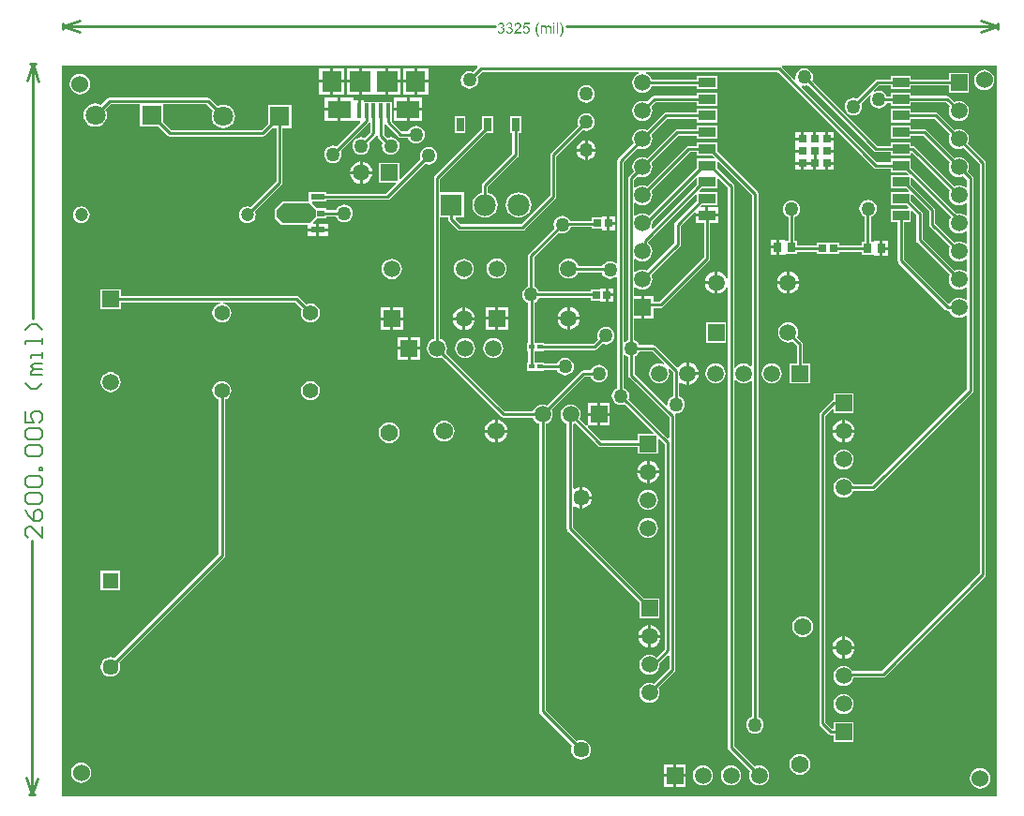
<source format=gtl>
G04*
G04 #@! TF.GenerationSoftware,Altium Limited,Altium Designer,20.0.2 (26)*
G04*
G04 Layer_Physical_Order=1*
G04 Layer_Color=255*
%FSLAX25Y25*%
%MOIN*%
G70*
G01*
G75*
%ADD16C,0.01000*%
%ADD17R,0.01968X0.01772*%
%ADD18R,0.02816X0.02648*%
%ADD19R,0.05118X0.02362*%
%ADD20R,0.03150X0.02362*%
%ADD21R,0.02756X0.04724*%
%ADD22R,0.02756X0.02756*%
%ADD23R,0.05906X0.03543*%
%ADD24R,0.02717X0.02835*%
%ADD25R,0.02953X0.03347*%
%ADD26R,0.02717X0.02835*%
%ADD27R,0.07480X0.07480*%
%ADD28R,0.07087X0.07480*%
%ADD29R,0.08268X0.06299*%
%ADD30R,0.01575X0.05315*%
%ADD55R,0.05709X0.05709*%
%ADD56C,0.05709*%
%ADD57C,0.06181*%
%ADD61C,0.00600*%
%ADD62C,0.05937*%
%ADD63R,0.05937X0.05937*%
%ADD64C,0.05512*%
%ADD65C,0.07736*%
%ADD66R,0.07736X0.07736*%
%ADD67R,0.07087X0.07087*%
%ADD68C,0.07087*%
%ADD69C,0.04724*%
%ADD70C,0.05906*%
%ADD71R,0.05906X0.05906*%
%ADD72R,0.05906X0.05906*%
%ADD73C,0.04996*%
%ADD74C,0.06000*%
%ADD75C,0.05000*%
G36*
X432500Y240000D02*
X100000D01*
Y500000D01*
X247709D01*
X247916Y499500D01*
X246252Y497835D01*
X245809Y498019D01*
X245000Y498125D01*
X244191Y498019D01*
X243437Y497707D01*
X242790Y497210D01*
X242294Y496563D01*
X241981Y495809D01*
X241875Y495000D01*
X241981Y494191D01*
X242294Y493437D01*
X242790Y492790D01*
X243437Y492294D01*
X244191Y491981D01*
X245000Y491875D01*
X245809Y491981D01*
X246563Y492294D01*
X247210Y492790D01*
X247706Y493437D01*
X248019Y494191D01*
X248125Y495000D01*
X248019Y495809D01*
X247835Y496251D01*
X249464Y497880D01*
X305281D01*
X305381Y497380D01*
X304709Y497102D01*
X303967Y496533D01*
X303398Y495791D01*
X303040Y494927D01*
X302918Y494000D01*
X303040Y493073D01*
X303398Y492209D01*
X303967Y491467D01*
X304709Y490898D01*
X305573Y490540D01*
X306500Y490418D01*
X307427Y490540D01*
X308291Y490898D01*
X309033Y491467D01*
X309602Y492209D01*
X309880Y492880D01*
X325890D01*
Y491709D01*
X332992D01*
Y496449D01*
X325890D01*
Y495120D01*
X309880D01*
X309602Y495791D01*
X309033Y496533D01*
X308291Y497102D01*
X307619Y497380D01*
X307719Y497880D01*
X354536D01*
X388657Y463759D01*
X389020Y463516D01*
X389449Y463431D01*
X394787D01*
Y462181D01*
X400306D01*
X401009Y461478D01*
X400818Y461016D01*
X394787D01*
Y456276D01*
X400306D01*
X401010Y455572D01*
X400818Y455110D01*
X394787D01*
Y450370D01*
X400306D01*
X401009Y449667D01*
X400818Y449205D01*
X394787D01*
Y444464D01*
X397219D01*
Y430661D01*
X397304Y430233D01*
X397547Y429870D01*
X414208Y413208D01*
X414571Y412965D01*
X415000Y412880D01*
X415620D01*
X415898Y412209D01*
X416467Y411467D01*
X417209Y410898D01*
X418073Y410540D01*
X419000Y410418D01*
X419927Y410540D01*
X420791Y410898D01*
X421431Y411389D01*
X421931Y411234D01*
Y385015D01*
X388036Y351120D01*
X381380D01*
X381102Y351791D01*
X380533Y352533D01*
X379791Y353102D01*
X378927Y353460D01*
X378000Y353582D01*
X377073Y353460D01*
X376209Y353102D01*
X375467Y352533D01*
X374898Y351791D01*
X374540Y350927D01*
X374418Y350000D01*
X374540Y349073D01*
X374898Y348209D01*
X375467Y347467D01*
X376209Y346898D01*
X377073Y346540D01*
X378000Y346418D01*
X378927Y346540D01*
X379791Y346898D01*
X380533Y347467D01*
X381102Y348209D01*
X381380Y348880D01*
X388500D01*
X388929Y348965D01*
X389292Y349208D01*
X423843Y383759D01*
X424086Y384123D01*
X424171Y384551D01*
Y459949D01*
X424086Y460377D01*
X423843Y460741D01*
X422182Y462402D01*
X422460Y463073D01*
X422582Y464000D01*
X422460Y464927D01*
X422102Y465791D01*
X421533Y466533D01*
X420791Y467102D01*
X419927Y467460D01*
X419000Y467582D01*
X418073Y467460D01*
X417402Y467182D01*
X407430Y477154D01*
X407066Y477397D01*
X406638Y477482D01*
X401890D01*
Y478732D01*
X394787D01*
Y473992D01*
X401890D01*
Y475242D01*
X406174D01*
X415818Y465598D01*
X415540Y464927D01*
X415418Y464000D01*
X415540Y463073D01*
X415898Y462209D01*
X416467Y461467D01*
X417209Y460898D01*
X418073Y460540D01*
X419000Y460418D01*
X419927Y460540D01*
X420598Y460818D01*
X421931Y459485D01*
Y456766D01*
X421431Y456611D01*
X420791Y457102D01*
X419927Y457460D01*
X419000Y457582D01*
X418073Y457460D01*
X417402Y457182D01*
X403335Y471248D01*
X402972Y471491D01*
X402543Y471576D01*
X401890D01*
Y472827D01*
X394787D01*
Y471576D01*
X390007D01*
X366835Y494748D01*
X367019Y495191D01*
X367125Y496000D01*
X367019Y496809D01*
X366706Y497563D01*
X366210Y498210D01*
X365563Y498706D01*
X364809Y499019D01*
X364000Y499125D01*
X363191Y499019D01*
X362437Y498706D01*
X361790Y498210D01*
X361294Y497563D01*
X360981Y496809D01*
X360875Y496000D01*
X360963Y495328D01*
X360539Y495070D01*
X360519Y495064D01*
X356084Y499500D01*
X356291Y500000D01*
X432500D01*
Y240000D01*
D02*
G37*
G36*
X388752Y469665D02*
X389115Y469422D01*
X389543Y469337D01*
X394787D01*
Y468086D01*
X401890D01*
Y468819D01*
X402390Y469027D01*
X415818Y455598D01*
X415540Y454927D01*
X415418Y454000D01*
X415540Y453073D01*
X415898Y452209D01*
X416467Y451467D01*
X417209Y450898D01*
X418073Y450540D01*
X419000Y450418D01*
X419927Y450540D01*
X420791Y450898D01*
X421431Y451389D01*
X421931Y451234D01*
Y446766D01*
X421431Y446611D01*
X420791Y447102D01*
X419927Y447460D01*
X419000Y447582D01*
X418181Y447474D01*
X401890Y463765D01*
Y466921D01*
X394787D01*
Y465671D01*
X389913D01*
X363064Y492519D01*
X363070Y492539D01*
X363328Y492963D01*
X364000Y492875D01*
X364809Y492981D01*
X365251Y493165D01*
X388752Y469665D01*
D02*
G37*
G36*
X416245Y446242D02*
X415898Y445791D01*
X415540Y444927D01*
X415418Y444000D01*
X415540Y443073D01*
X415898Y442209D01*
X416467Y441467D01*
X417209Y440898D01*
X418073Y440540D01*
X419000Y440418D01*
X419927Y440540D01*
X420791Y440898D01*
X421431Y441389D01*
X421931Y441234D01*
Y436766D01*
X421431Y436611D01*
X420791Y437102D01*
X419927Y437460D01*
X419000Y437582D01*
X418073Y437460D01*
X417402Y437182D01*
X410546Y444037D01*
Y448739D01*
X410461Y449167D01*
X410218Y449531D01*
X401890Y457859D01*
Y459944D01*
X402352Y460135D01*
X416245Y446242D01*
D02*
G37*
G36*
X408306Y448275D02*
Y443574D01*
X408392Y443145D01*
X408635Y442782D01*
X415818Y435598D01*
X415540Y434927D01*
X415418Y434000D01*
X415540Y433073D01*
X415898Y432209D01*
X416467Y431467D01*
X417209Y430898D01*
X418073Y430540D01*
X419000Y430418D01*
X419927Y430540D01*
X420791Y430898D01*
X421431Y431389D01*
X421931Y431234D01*
Y426766D01*
X421431Y426611D01*
X420791Y427102D01*
X419927Y427460D01*
X419000Y427582D01*
X418073Y427460D01*
X417402Y427182D01*
X406120Y438464D01*
Y447260D01*
X406035Y447688D01*
X405792Y448052D01*
X401890Y451954D01*
Y454038D01*
X402352Y454230D01*
X408306Y448275D01*
D02*
G37*
G36*
X403880Y446796D02*
Y438000D01*
X403965Y437571D01*
X404208Y437208D01*
X415818Y425598D01*
X415540Y424927D01*
X415418Y424000D01*
X415540Y423073D01*
X415898Y422209D01*
X416467Y421467D01*
X417209Y420898D01*
X418073Y420540D01*
X419000Y420418D01*
X419927Y420540D01*
X420791Y420898D01*
X421431Y421389D01*
X421931Y421234D01*
Y416766D01*
X421431Y416611D01*
X420791Y417102D01*
X419927Y417460D01*
X419000Y417582D01*
X418073Y417460D01*
X417209Y417102D01*
X416467Y416533D01*
X415898Y415791D01*
X415781Y415509D01*
X415192Y415392D01*
X399459Y431125D01*
Y444464D01*
X401890D01*
Y448133D01*
X402352Y448324D01*
X403880Y446796D01*
D02*
G37*
G36*
X275282Y514805D02*
X274808D01*
Y515344D01*
X275282D01*
Y514805D01*
D02*
G37*
G36*
X273322Y514343D02*
X273357D01*
X273398Y514337D01*
X273486Y514320D01*
X273591Y514290D01*
X273697Y514250D01*
X273796Y514191D01*
X273890Y514115D01*
X273901Y514103D01*
X273925Y514074D01*
X273960Y514015D01*
X274007Y513940D01*
X274048Y513840D01*
X274083Y513723D01*
X274106Y513577D01*
X274118Y513495D01*
Y513407D01*
Y511500D01*
X273644D01*
Y513249D01*
Y513255D01*
Y513261D01*
Y513296D01*
Y513349D01*
X273638Y513407D01*
X273626Y513542D01*
X273615Y513606D01*
X273597Y513659D01*
Y513664D01*
X273585Y513682D01*
X273574Y513705D01*
X273556Y513735D01*
X273533Y513764D01*
X273503Y513799D01*
X273468Y513834D01*
X273428Y513863D01*
X273422Y513869D01*
X273404Y513875D01*
X273381Y513887D01*
X273352Y513904D01*
X273310Y513916D01*
X273258Y513928D01*
X273205Y513934D01*
X273147Y513940D01*
X273100D01*
X273041Y513928D01*
X272977Y513916D01*
X272901Y513893D01*
X272819Y513858D01*
X272731Y513805D01*
X272655Y513740D01*
X272649Y513729D01*
X272626Y513705D01*
X272597Y513659D01*
X272562Y513588D01*
X272521Y513501D01*
X272492Y513395D01*
X272468Y513267D01*
X272462Y513115D01*
Y511500D01*
X271988D01*
Y513308D01*
Y513313D01*
Y513319D01*
Y513337D01*
Y513360D01*
X271983Y513419D01*
X271977Y513483D01*
X271959Y513565D01*
X271942Y513641D01*
X271912Y513717D01*
X271871Y513781D01*
X271866Y513787D01*
X271848Y513805D01*
X271825Y513834D01*
X271784Y513863D01*
X271731Y513887D01*
X271667Y513916D01*
X271591Y513934D01*
X271497Y513940D01*
X271462D01*
X271427Y513934D01*
X271374Y513928D01*
X271322Y513916D01*
X271257Y513893D01*
X271193Y513869D01*
X271129Y513834D01*
X271123Y513828D01*
X271099Y513817D01*
X271070Y513787D01*
X271035Y513758D01*
X270994Y513711D01*
X270953Y513659D01*
X270918Y513594D01*
X270883Y513524D01*
X270877Y513512D01*
X270871Y513489D01*
X270859Y513442D01*
X270848Y513378D01*
X270830Y513296D01*
X270818Y513197D01*
X270813Y513080D01*
X270807Y512945D01*
Y511500D01*
X270333D01*
Y514285D01*
X270754D01*
Y513893D01*
X270760Y513904D01*
X270777Y513928D01*
X270807Y513963D01*
X270848Y514010D01*
X270895Y514062D01*
X270953Y514115D01*
X271023Y514173D01*
X271099Y514220D01*
X271111Y514226D01*
X271140Y514238D01*
X271187Y514261D01*
X271245Y514285D01*
X271322Y514308D01*
X271403Y514331D01*
X271503Y514343D01*
X271602Y514349D01*
X271655D01*
X271713Y514343D01*
X271784Y514331D01*
X271860Y514320D01*
X271947Y514296D01*
X272029Y514261D01*
X272105Y514220D01*
X272117Y514214D01*
X272141Y514197D01*
X272176Y514168D01*
X272217Y514127D01*
X272263Y514074D01*
X272310Y514015D01*
X272351Y513940D01*
X272386Y513858D01*
X272392Y513863D01*
X272404Y513881D01*
X272421Y513904D01*
X272445Y513934D01*
X272480Y513975D01*
X272521Y514015D01*
X272568Y514056D01*
X272620Y514103D01*
X272679Y514150D01*
X272743Y514191D01*
X272895Y514273D01*
X272977Y514302D01*
X273065Y514326D01*
X273153Y514343D01*
X273252Y514349D01*
X273293D01*
X273322Y514343D01*
D02*
G37*
G36*
X259294Y515355D02*
X259370Y515344D01*
X259458Y515326D01*
X259557Y515303D01*
X259657Y515267D01*
X259756Y515221D01*
X259762D01*
X259768Y515215D01*
X259803Y515197D01*
X259850Y515168D01*
X259908Y515127D01*
X259973Y515074D01*
X260043Y515010D01*
X260107Y514934D01*
X260166Y514852D01*
X260171Y514840D01*
X260189Y514811D01*
X260212Y514764D01*
X260236Y514706D01*
X260259Y514630D01*
X260282Y514548D01*
X260300Y514460D01*
X260306Y514361D01*
Y514349D01*
Y514320D01*
X260300Y514273D01*
X260288Y514214D01*
X260271Y514144D01*
X260247Y514068D01*
X260218Y513986D01*
X260171Y513910D01*
X260166Y513899D01*
X260148Y513875D01*
X260113Y513840D01*
X260072Y513793D01*
X260014Y513740D01*
X259949Y513688D01*
X259867Y513629D01*
X259774Y513583D01*
X259779D01*
X259791Y513577D01*
X259809D01*
X259832Y513565D01*
X259891Y513548D01*
X259967Y513512D01*
X260049Y513472D01*
X260136Y513413D01*
X260224Y513343D01*
X260300Y513255D01*
X260306Y513243D01*
X260329Y513208D01*
X260359Y513156D01*
X260400Y513085D01*
X260435Y512998D01*
X260464Y512892D01*
X260487Y512769D01*
X260493Y512635D01*
Y512629D01*
Y512611D01*
Y512588D01*
X260487Y512553D01*
X260481Y512506D01*
X260476Y512459D01*
X260464Y512401D01*
X260446Y512342D01*
X260405Y512208D01*
X260376Y512132D01*
X260335Y512062D01*
X260294Y511991D01*
X260247Y511921D01*
X260189Y511851D01*
X260125Y511781D01*
X260119Y511775D01*
X260107Y511763D01*
X260089Y511752D01*
X260060Y511728D01*
X260025Y511699D01*
X259978Y511670D01*
X259926Y511640D01*
X259873Y511611D01*
X259809Y511576D01*
X259738Y511547D01*
X259662Y511518D01*
X259580Y511488D01*
X259493Y511465D01*
X259399Y511453D01*
X259300Y511442D01*
X259200Y511436D01*
X259154D01*
X259118Y511442D01*
X259072Y511447D01*
X259025Y511453D01*
X258966Y511459D01*
X258908Y511471D01*
X258773Y511506D01*
X258633Y511564D01*
X258563Y511594D01*
X258498Y511635D01*
X258428Y511681D01*
X258364Y511734D01*
X258358Y511740D01*
X258352Y511746D01*
X258334Y511763D01*
X258311Y511787D01*
X258288Y511822D01*
X258258Y511857D01*
X258223Y511898D01*
X258194Y511945D01*
X258124Y512062D01*
X258065Y512196D01*
X258013Y512348D01*
X257995Y512430D01*
X257983Y512518D01*
X258457Y512582D01*
Y512576D01*
X258463Y512565D01*
Y512541D01*
X258475Y512518D01*
X258492Y512448D01*
X258522Y512360D01*
X258557Y512266D01*
X258604Y512167D01*
X258662Y512079D01*
X258727Y512003D01*
X258738Y511997D01*
X258762Y511974D01*
X258803Y511950D01*
X258861Y511915D01*
X258925Y511886D01*
X259007Y511857D01*
X259101Y511833D01*
X259200Y511828D01*
X259235D01*
X259259Y511833D01*
X259317Y511839D01*
X259393Y511857D01*
X259487Y511886D01*
X259580Y511921D01*
X259674Y511980D01*
X259762Y512056D01*
X259774Y512068D01*
X259797Y512097D01*
X259832Y512144D01*
X259879Y512214D01*
X259920Y512296D01*
X259955Y512395D01*
X259978Y512506D01*
X259990Y512629D01*
Y512635D01*
Y512641D01*
Y512658D01*
X259984Y512682D01*
X259978Y512740D01*
X259961Y512816D01*
X259937Y512898D01*
X259896Y512992D01*
X259844Y513080D01*
X259774Y513161D01*
X259762Y513173D01*
X259738Y513197D01*
X259692Y513226D01*
X259627Y513267D01*
X259551Y513308D01*
X259458Y513337D01*
X259358Y513360D01*
X259241Y513372D01*
X259189D01*
X259148Y513366D01*
X259101Y513360D01*
X259042Y513354D01*
X258978Y513343D01*
X258908Y513325D01*
X258960Y513740D01*
X258990D01*
X259013Y513735D01*
X259089D01*
X259142Y513740D01*
X259218Y513752D01*
X259300Y513770D01*
X259387Y513799D01*
X259481Y513834D01*
X259575Y513887D01*
X259586Y513893D01*
X259616Y513916D01*
X259651Y513957D01*
X259698Y514010D01*
X259744Y514074D01*
X259779Y514156D01*
X259809Y514255D01*
X259820Y514372D01*
Y514378D01*
Y514384D01*
Y514413D01*
X259809Y514460D01*
X259797Y514524D01*
X259779Y514589D01*
X259744Y514659D01*
X259703Y514735D01*
X259645Y514799D01*
X259639Y514805D01*
X259616Y514829D01*
X259575Y514858D01*
X259522Y514887D01*
X259458Y514922D01*
X259382Y514946D01*
X259294Y514969D01*
X259194Y514975D01*
X259148D01*
X259095Y514963D01*
X259036Y514952D01*
X258960Y514934D01*
X258884Y514899D01*
X258808Y514858D01*
X258732Y514799D01*
X258727Y514793D01*
X258703Y514770D01*
X258674Y514729D01*
X258639Y514671D01*
X258598Y514601D01*
X258563Y514513D01*
X258528Y514407D01*
X258504Y514285D01*
X258030Y514366D01*
Y514372D01*
X258036Y514390D01*
X258042Y514413D01*
X258048Y514443D01*
X258060Y514483D01*
X258071Y514530D01*
X258112Y514636D01*
X258159Y514753D01*
X258229Y514876D01*
X258311Y514993D01*
X258416Y515098D01*
X258422Y515104D01*
X258428Y515109D01*
X258446Y515121D01*
X258475Y515139D01*
X258504Y515156D01*
X258539Y515180D01*
X258627Y515232D01*
X258738Y515279D01*
X258873Y515320D01*
X259019Y515349D01*
X259101Y515361D01*
X259235D01*
X259294Y515355D01*
D02*
G37*
G36*
X256310D02*
X256386Y515344D01*
X256474Y515326D01*
X256574Y515303D01*
X256673Y515267D01*
X256773Y515221D01*
X256778D01*
X256784Y515215D01*
X256819Y515197D01*
X256866Y515168D01*
X256925Y515127D01*
X256989Y515074D01*
X257059Y515010D01*
X257123Y514934D01*
X257182Y514852D01*
X257188Y514840D01*
X257206Y514811D01*
X257229Y514764D01*
X257252Y514706D01*
X257276Y514630D01*
X257299Y514548D01*
X257317Y514460D01*
X257322Y514361D01*
Y514349D01*
Y514320D01*
X257317Y514273D01*
X257305Y514214D01*
X257287Y514144D01*
X257264Y514068D01*
X257235Y513986D01*
X257188Y513910D01*
X257182Y513899D01*
X257165Y513875D01*
X257129Y513840D01*
X257088Y513793D01*
X257030Y513740D01*
X256966Y513688D01*
X256884Y513629D01*
X256790Y513583D01*
X256796D01*
X256808Y513577D01*
X256825D01*
X256849Y513565D01*
X256907Y513548D01*
X256983Y513512D01*
X257065Y513472D01*
X257153Y513413D01*
X257241Y513343D01*
X257317Y513255D01*
X257322Y513243D01*
X257346Y513208D01*
X257375Y513156D01*
X257416Y513085D01*
X257451Y512998D01*
X257480Y512892D01*
X257504Y512769D01*
X257510Y512635D01*
Y512629D01*
Y512611D01*
Y512588D01*
X257504Y512553D01*
X257498Y512506D01*
X257492Y512459D01*
X257480Y512401D01*
X257463Y512342D01*
X257422Y512208D01*
X257393Y512132D01*
X257352Y512062D01*
X257311Y511991D01*
X257264Y511921D01*
X257206Y511851D01*
X257141Y511781D01*
X257135Y511775D01*
X257123Y511763D01*
X257106Y511752D01*
X257077Y511728D01*
X257042Y511699D01*
X256995Y511670D01*
X256942Y511640D01*
X256890Y511611D01*
X256825Y511576D01*
X256755Y511547D01*
X256679Y511518D01*
X256597Y511488D01*
X256509Y511465D01*
X256416Y511453D01*
X256316Y511442D01*
X256217Y511436D01*
X256170D01*
X256135Y511442D01*
X256088Y511447D01*
X256041Y511453D01*
X255983Y511459D01*
X255924Y511471D01*
X255790Y511506D01*
X255649Y511564D01*
X255579Y511594D01*
X255515Y511635D01*
X255445Y511681D01*
X255380Y511734D01*
X255374Y511740D01*
X255369Y511746D01*
X255351Y511763D01*
X255328Y511787D01*
X255304Y511822D01*
X255275Y511857D01*
X255240Y511898D01*
X255211Y511945D01*
X255140Y512062D01*
X255082Y512196D01*
X255029Y512348D01*
X255012Y512430D01*
X255000Y512518D01*
X255474Y512582D01*
Y512576D01*
X255480Y512565D01*
Y512541D01*
X255491Y512518D01*
X255509Y512448D01*
X255538Y512360D01*
X255573Y512266D01*
X255620Y512167D01*
X255679Y512079D01*
X255743Y512003D01*
X255755Y511997D01*
X255778Y511974D01*
X255819Y511950D01*
X255877Y511915D01*
X255942Y511886D01*
X256024Y511857D01*
X256117Y511833D01*
X256217Y511828D01*
X256252D01*
X256275Y511833D01*
X256334Y511839D01*
X256410Y511857D01*
X256504Y511886D01*
X256597Y511921D01*
X256691Y511980D01*
X256778Y512056D01*
X256790Y512068D01*
X256814Y512097D01*
X256849Y512144D01*
X256895Y512214D01*
X256936Y512296D01*
X256972Y512395D01*
X256995Y512506D01*
X257007Y512629D01*
Y512635D01*
Y512641D01*
Y512658D01*
X257001Y512682D01*
X256995Y512740D01*
X256977Y512816D01*
X256954Y512898D01*
X256913Y512992D01*
X256860Y513080D01*
X256790Y513161D01*
X256778Y513173D01*
X256755Y513197D01*
X256708Y513226D01*
X256644Y513267D01*
X256568Y513308D01*
X256474Y513337D01*
X256375Y513360D01*
X256258Y513372D01*
X256205D01*
X256164Y513366D01*
X256117Y513360D01*
X256059Y513354D01*
X255995Y513343D01*
X255924Y513325D01*
X255977Y513740D01*
X256006D01*
X256030Y513735D01*
X256106D01*
X256158Y513740D01*
X256234Y513752D01*
X256316Y513770D01*
X256404Y513799D01*
X256498Y513834D01*
X256591Y513887D01*
X256603Y513893D01*
X256632Y513916D01*
X256667Y513957D01*
X256714Y514010D01*
X256761Y514074D01*
X256796Y514156D01*
X256825Y514255D01*
X256837Y514372D01*
Y514378D01*
Y514384D01*
Y514413D01*
X256825Y514460D01*
X256814Y514524D01*
X256796Y514589D01*
X256761Y514659D01*
X256720Y514735D01*
X256661Y514799D01*
X256656Y514805D01*
X256632Y514829D01*
X256591Y514858D01*
X256539Y514887D01*
X256474Y514922D01*
X256398Y514946D01*
X256310Y514969D01*
X256211Y514975D01*
X256164D01*
X256112Y514963D01*
X256053Y514952D01*
X255977Y514934D01*
X255901Y514899D01*
X255825Y514858D01*
X255749Y514799D01*
X255743Y514793D01*
X255719Y514770D01*
X255690Y514729D01*
X255655Y514671D01*
X255614Y514601D01*
X255579Y514513D01*
X255544Y514407D01*
X255521Y514285D01*
X255047Y514366D01*
Y514372D01*
X255053Y514390D01*
X255059Y514413D01*
X255064Y514443D01*
X255076Y514483D01*
X255088Y514530D01*
X255129Y514636D01*
X255175Y514753D01*
X255246Y514876D01*
X255328Y514993D01*
X255433Y515098D01*
X255439Y515104D01*
X255445Y515109D01*
X255462Y515121D01*
X255491Y515139D01*
X255521Y515156D01*
X255556Y515180D01*
X255644Y515232D01*
X255755Y515279D01*
X255889Y515320D01*
X256035Y515349D01*
X256117Y515361D01*
X256252D01*
X256310Y515355D01*
D02*
G37*
G36*
X266308Y514834D02*
X264775D01*
X264565Y513799D01*
X264571Y513805D01*
X264582Y513811D01*
X264600Y513823D01*
X264623Y513840D01*
X264658Y513858D01*
X264693Y513875D01*
X264787Y513922D01*
X264892Y513969D01*
X265015Y514004D01*
X265150Y514033D01*
X265290Y514045D01*
X265337D01*
X265372Y514039D01*
X265419Y514033D01*
X265466Y514027D01*
X265524Y514015D01*
X265583Y514004D01*
X265717Y513957D01*
X265787Y513934D01*
X265858Y513899D01*
X265934Y513858D01*
X266004Y513811D01*
X266074Y513758D01*
X266138Y513694D01*
X266144Y513688D01*
X266156Y513676D01*
X266174Y513659D01*
X266191Y513629D01*
X266220Y513594D01*
X266249Y513553D01*
X266279Y513507D01*
X266314Y513454D01*
X266349Y513389D01*
X266378Y513325D01*
X266407Y513249D01*
X266437Y513173D01*
X266454Y513085D01*
X266472Y512998D01*
X266484Y512898D01*
X266489Y512799D01*
Y512793D01*
Y512775D01*
Y512746D01*
X266484Y512711D01*
X266478Y512664D01*
X266472Y512611D01*
X266466Y512553D01*
X266454Y512489D01*
X266413Y512348D01*
X266361Y512202D01*
X266326Y512120D01*
X266285Y512044D01*
X266238Y511968D01*
X266185Y511898D01*
X266179Y511892D01*
X266168Y511880D01*
X266144Y511857D01*
X266115Y511828D01*
X266080Y511793D01*
X266033Y511752D01*
X265981Y511711D01*
X265916Y511670D01*
X265852Y511623D01*
X265776Y511582D01*
X265688Y511541D01*
X265600Y511506D01*
X265501Y511477D01*
X265401Y511453D01*
X265290Y511442D01*
X265173Y511436D01*
X265121D01*
X265085Y511442D01*
X265044Y511447D01*
X264992Y511453D01*
X264933Y511459D01*
X264869Y511471D01*
X264734Y511506D01*
X264594Y511558D01*
X264524Y511594D01*
X264454Y511635D01*
X264383Y511676D01*
X264319Y511728D01*
X264313Y511734D01*
X264307Y511740D01*
X264290Y511757D01*
X264266Y511781D01*
X264243Y511810D01*
X264214Y511845D01*
X264184Y511886D01*
X264149Y511933D01*
X264085Y512044D01*
X264021Y512179D01*
X263974Y512331D01*
X263956Y512419D01*
X263945Y512506D01*
X264442Y512541D01*
Y512535D01*
Y512524D01*
X264448Y512506D01*
X264454Y512483D01*
X264471Y512419D01*
X264494Y512336D01*
X264524Y512249D01*
X264571Y512161D01*
X264623Y512073D01*
X264693Y511997D01*
X264705Y511991D01*
X264728Y511968D01*
X264770Y511945D01*
X264828Y511909D01*
X264898Y511880D01*
X264980Y511851D01*
X265074Y511828D01*
X265173Y511822D01*
X265208D01*
X265232Y511828D01*
X265296Y511833D01*
X265378Y511851D01*
X265466Y511886D01*
X265565Y511927D01*
X265659Y511991D01*
X265705Y512027D01*
X265752Y512073D01*
Y512079D01*
X265764Y512085D01*
X265787Y512120D01*
X265828Y512179D01*
X265869Y512255D01*
X265910Y512354D01*
X265951Y512471D01*
X265975Y512606D01*
X265986Y512758D01*
Y512764D01*
Y512775D01*
Y512799D01*
X265981Y512822D01*
Y512857D01*
X265975Y512898D01*
X265957Y512992D01*
X265934Y513091D01*
X265893Y513197D01*
X265834Y513302D01*
X265758Y513395D01*
X265746Y513407D01*
X265717Y513431D01*
X265670Y513472D01*
X265600Y513512D01*
X265518Y513553D01*
X265413Y513594D01*
X265296Y513618D01*
X265167Y513629D01*
X265126D01*
X265085Y513624D01*
X265027Y513618D01*
X264963Y513600D01*
X264892Y513583D01*
X264822Y513553D01*
X264752Y513518D01*
X264746Y513512D01*
X264723Y513501D01*
X264688Y513477D01*
X264647Y513448D01*
X264606Y513407D01*
X264559Y513360D01*
X264512Y513308D01*
X264471Y513249D01*
X264026Y513313D01*
X264401Y515285D01*
X266308D01*
Y514834D01*
D02*
G37*
G36*
X276464Y511500D02*
X275990D01*
Y515344D01*
X276464D01*
Y511500D01*
D02*
G37*
G36*
X275282D02*
X274808D01*
Y514285D01*
X275282D01*
Y511500D01*
D02*
G37*
G36*
X262324Y515355D02*
X262371Y515349D01*
X262424Y515344D01*
X262482Y515338D01*
X262546Y515320D01*
X262687Y515285D01*
X262833Y515232D01*
X262909Y515197D01*
X262979Y515156D01*
X263044Y515104D01*
X263108Y515051D01*
X263114Y515045D01*
X263120Y515039D01*
X263137Y515022D01*
X263161Y514998D01*
X263184Y514963D01*
X263213Y514928D01*
X263272Y514840D01*
X263330Y514729D01*
X263383Y514601D01*
X263424Y514454D01*
X263430Y514372D01*
X263436Y514290D01*
Y514279D01*
Y514250D01*
X263430Y514203D01*
X263424Y514144D01*
X263412Y514074D01*
X263395Y513998D01*
X263371Y513916D01*
X263336Y513834D01*
X263330Y513823D01*
X263319Y513793D01*
X263295Y513752D01*
X263260Y513694D01*
X263219Y513624D01*
X263167Y513542D01*
X263096Y513460D01*
X263020Y513366D01*
X263009Y513354D01*
X262979Y513319D01*
X262927Y513267D01*
X262892Y513232D01*
X262851Y513191D01*
X262804Y513144D01*
X262745Y513091D01*
X262687Y513039D01*
X262623Y512974D01*
X262552Y512910D01*
X262470Y512840D01*
X262388Y512769D01*
X262295Y512688D01*
X262289Y512682D01*
X262277Y512670D01*
X262254Y512652D01*
X262225Y512629D01*
X262155Y512571D01*
X262067Y512495D01*
X261979Y512413D01*
X261885Y512331D01*
X261809Y512260D01*
X261780Y512231D01*
X261751Y512202D01*
X261745Y512196D01*
X261733Y512179D01*
X261710Y512155D01*
X261681Y512120D01*
X261616Y512044D01*
X261552Y511950D01*
X263442D01*
Y511500D01*
X260897D01*
Y511506D01*
Y511529D01*
Y511564D01*
X260903Y511605D01*
X260909Y511652D01*
X260914Y511705D01*
X260932Y511763D01*
X260949Y511822D01*
Y511828D01*
X260955Y511833D01*
X260967Y511868D01*
X260990Y511915D01*
X261026Y511985D01*
X261066Y512062D01*
X261125Y512149D01*
X261183Y512237D01*
X261260Y512331D01*
Y512336D01*
X261271Y512342D01*
X261300Y512378D01*
X261347Y512430D01*
X261418Y512500D01*
X261505Y512582D01*
X261611Y512682D01*
X261739Y512793D01*
X261880Y512916D01*
X261885Y512922D01*
X261909Y512939D01*
X261938Y512962D01*
X261979Y513003D01*
X262032Y513044D01*
X262090Y513097D01*
X262219Y513208D01*
X262359Y513343D01*
X262500Y513477D01*
X262570Y513542D01*
X262628Y513606D01*
X262681Y513670D01*
X262728Y513729D01*
Y513735D01*
X262740Y513740D01*
X262751Y513758D01*
X262763Y513781D01*
X262798Y513840D01*
X262839Y513916D01*
X262880Y514004D01*
X262915Y514097D01*
X262938Y514203D01*
X262950Y514302D01*
Y514308D01*
Y514314D01*
X262944Y514349D01*
X262938Y514402D01*
X262927Y514466D01*
X262897Y514542D01*
X262862Y514618D01*
X262816Y514700D01*
X262745Y514776D01*
X262734Y514782D01*
X262710Y514805D01*
X262664Y514834D01*
X262605Y514876D01*
X262529Y514911D01*
X262441Y514940D01*
X262336Y514963D01*
X262219Y514969D01*
X262184D01*
X262160Y514963D01*
X262102Y514957D01*
X262026Y514946D01*
X261938Y514916D01*
X261844Y514881D01*
X261757Y514829D01*
X261675Y514758D01*
X261669Y514747D01*
X261646Y514723D01*
X261611Y514677D01*
X261575Y514612D01*
X261535Y514530D01*
X261505Y514437D01*
X261482Y514326D01*
X261470Y514197D01*
X260984Y514250D01*
Y514255D01*
Y514273D01*
X260990Y514302D01*
X260996Y514337D01*
X261008Y514384D01*
X261014Y514437D01*
X261049Y514554D01*
X261096Y514688D01*
X261160Y514823D01*
X261248Y514957D01*
X261295Y515016D01*
X261353Y515074D01*
X261359Y515080D01*
X261371Y515086D01*
X261388Y515104D01*
X261412Y515121D01*
X261447Y515139D01*
X261488Y515168D01*
X261535Y515191D01*
X261587Y515221D01*
X261646Y515244D01*
X261710Y515273D01*
X261786Y515297D01*
X261862Y515314D01*
X262038Y515349D01*
X262131Y515355D01*
X262231Y515361D01*
X262283D01*
X262324Y515355D01*
D02*
G37*
G36*
X277505Y515402D02*
X277522Y515379D01*
X277546Y515344D01*
X277581Y515297D01*
X277622Y515232D01*
X277669Y515162D01*
X277721Y515086D01*
X277774Y514993D01*
X277833Y514899D01*
X277891Y514793D01*
X278014Y514571D01*
X278125Y514331D01*
X278178Y514209D01*
X278224Y514086D01*
Y514080D01*
X278236Y514062D01*
X278242Y514027D01*
X278260Y513986D01*
X278271Y513934D01*
X278289Y513869D01*
X278306Y513799D01*
X278330Y513723D01*
X278347Y513635D01*
X278365Y513542D01*
X278400Y513337D01*
X278423Y513120D01*
X278429Y512886D01*
Y512881D01*
Y512857D01*
Y512816D01*
X278423Y512769D01*
Y512705D01*
X278417Y512629D01*
X278406Y512547D01*
X278394Y512454D01*
X278382Y512354D01*
X278365Y512243D01*
X278312Y512015D01*
X278248Y511769D01*
X278201Y511646D01*
X278154Y511523D01*
X278149Y511518D01*
X278143Y511494D01*
X278125Y511459D01*
X278108Y511412D01*
X278078Y511354D01*
X278049Y511289D01*
X278014Y511213D01*
X277973Y511131D01*
X277873Y510956D01*
X277762Y510763D01*
X277640Y510564D01*
X277499Y510371D01*
X277160D01*
Y510377D01*
X277171Y510383D01*
X277177Y510406D01*
X277195Y510429D01*
X277212Y510459D01*
X277230Y510494D01*
X277253Y510541D01*
X277283Y510587D01*
X277341Y510699D01*
X277406Y510833D01*
X277482Y510985D01*
X277552Y511155D01*
X277628Y511342D01*
X277698Y511535D01*
X277762Y511746D01*
X277821Y511962D01*
X277873Y512190D01*
X277909Y512419D01*
X277938Y512652D01*
X277944Y512886D01*
Y512892D01*
Y512910D01*
Y512933D01*
Y512968D01*
X277938Y513015D01*
Y513068D01*
X277932Y513126D01*
Y513191D01*
X277914Y513343D01*
X277897Y513507D01*
X277868Y513682D01*
X277827Y513863D01*
Y513869D01*
X277821Y513881D01*
X277815Y513904D01*
X277809Y513928D01*
X277803Y513963D01*
X277792Y514010D01*
X277762Y514103D01*
X277727Y514220D01*
X277686Y514349D01*
X277640Y514483D01*
X277581Y514618D01*
X277575Y514630D01*
X277569Y514641D01*
X277558Y514665D01*
X277546Y514688D01*
X277528Y514723D01*
X277511Y514758D01*
X277487Y514805D01*
X277464Y514858D01*
X277435Y514916D01*
X277400Y514981D01*
X277359Y515051D01*
X277318Y515127D01*
X277271Y515215D01*
X277218Y515308D01*
X277160Y515408D01*
X277499D01*
X277505Y515402D01*
D02*
G37*
G36*
X269789D02*
X269783Y515384D01*
X269765Y515355D01*
X269742Y515320D01*
X269719Y515273D01*
X269689Y515221D01*
X269619Y515104D01*
X269549Y514975D01*
X269479Y514846D01*
X269420Y514723D01*
X269397Y514671D01*
X269373Y514624D01*
Y514618D01*
X269368Y514606D01*
X269356Y514589D01*
X269344Y514560D01*
X269333Y514530D01*
X269315Y514489D01*
X269280Y514396D01*
X269239Y514285D01*
X269198Y514156D01*
X269157Y514015D01*
X269122Y513869D01*
Y513863D01*
X269116Y513846D01*
X269110Y513823D01*
X269104Y513787D01*
X269098Y513740D01*
X269087Y513688D01*
X269075Y513629D01*
X269069Y513565D01*
X269046Y513419D01*
X269028Y513249D01*
X269017Y513074D01*
X269011Y512886D01*
Y512881D01*
Y512875D01*
Y512857D01*
Y512828D01*
X269017Y512799D01*
Y512764D01*
Y512717D01*
X269022Y512670D01*
X269034Y512559D01*
X269052Y512424D01*
X269075Y512272D01*
X269110Y512103D01*
X269151Y511915D01*
X269204Y511722D01*
X269268Y511512D01*
X269344Y511295D01*
X269432Y511073D01*
X269537Y510839D01*
X269654Y510605D01*
X269795Y510371D01*
X269455D01*
X269449Y510377D01*
X269438Y510394D01*
X269420Y510424D01*
X269391Y510459D01*
X269356Y510505D01*
X269315Y510564D01*
X269274Y510628D01*
X269227Y510704D01*
X269175Y510780D01*
X269122Y510868D01*
X269069Y510968D01*
X269011Y511067D01*
X268900Y511284D01*
X268794Y511523D01*
Y511529D01*
X268783Y511553D01*
X268771Y511588D01*
X268753Y511640D01*
X268730Y511699D01*
X268707Y511769D01*
X268683Y511851D01*
X268660Y511945D01*
X268636Y512038D01*
X268613Y512149D01*
X268590Y512260D01*
X268566Y512378D01*
X268537Y512629D01*
X268531Y512758D01*
X268525Y512886D01*
Y512892D01*
Y512916D01*
Y512951D01*
X268531Y512992D01*
Y513050D01*
X268537Y513115D01*
X268543Y513191D01*
X268549Y513272D01*
X268560Y513360D01*
X268572Y513454D01*
X268607Y513659D01*
X268660Y513869D01*
X268724Y514086D01*
X268730Y514092D01*
X268736Y514115D01*
X268747Y514150D01*
X268771Y514197D01*
X268794Y514261D01*
X268824Y514331D01*
X268859Y514407D01*
X268905Y514501D01*
X268952Y514595D01*
X269005Y514700D01*
X269063Y514811D01*
X269134Y514922D01*
X269204Y515039D01*
X269280Y515162D01*
X269368Y515285D01*
X269455Y515408D01*
X269795D01*
X269789Y515402D01*
D02*
G37*
%LPC*%
G36*
X422551Y497551D02*
X415449D01*
Y495198D01*
X401890D01*
Y496449D01*
X394787D01*
Y495198D01*
X390079D01*
X389650Y495113D01*
X389287Y494871D01*
X382751Y488335D01*
X382309Y488519D01*
X381500Y488625D01*
X380691Y488519D01*
X379937Y488206D01*
X379290Y487710D01*
X378794Y487063D01*
X378481Y486309D01*
X378375Y485500D01*
X378481Y484691D01*
X378794Y483937D01*
X379290Y483290D01*
X379937Y482794D01*
X380691Y482481D01*
X381500Y482375D01*
X382309Y482481D01*
X383063Y482794D01*
X383710Y483290D01*
X384206Y483937D01*
X384519Y484691D01*
X384625Y485500D01*
X384519Y486309D01*
X384335Y486752D01*
X387327Y489744D01*
X387751Y489460D01*
X387481Y488809D01*
X387375Y488000D01*
X387481Y487191D01*
X387794Y486437D01*
X388290Y485790D01*
X388937Y485293D01*
X389691Y484981D01*
X390500Y484875D01*
X391309Y484981D01*
X392063Y485293D01*
X392710Y485790D01*
X393206Y486437D01*
X393390Y486880D01*
X394787D01*
Y485803D01*
X401890D01*
Y487053D01*
X414363D01*
X415818Y485598D01*
X415540Y484927D01*
X415418Y484000D01*
X415540Y483073D01*
X415898Y482209D01*
X416467Y481467D01*
X417209Y480898D01*
X418073Y480540D01*
X419000Y480418D01*
X419927Y480540D01*
X420791Y480898D01*
X421533Y481467D01*
X422102Y482209D01*
X422460Y483073D01*
X422582Y484000D01*
X422460Y484927D01*
X422102Y485791D01*
X421533Y486533D01*
X420791Y487102D01*
X419927Y487460D01*
X419000Y487582D01*
X418073Y487460D01*
X417402Y487182D01*
X415619Y488965D01*
X415255Y489208D01*
X414827Y489293D01*
X401890D01*
Y490543D01*
X394787D01*
Y489120D01*
X393390D01*
X393206Y489563D01*
X392710Y490210D01*
X392063Y490706D01*
X391309Y491019D01*
X390500Y491125D01*
X389691Y491019D01*
X389040Y490749D01*
X388756Y491173D01*
X390543Y492959D01*
X394787D01*
Y491709D01*
X401890D01*
Y492959D01*
X415449D01*
Y490449D01*
X422551D01*
Y497551D01*
D02*
G37*
G36*
X220425Y499240D02*
X216185D01*
Y495000D01*
X220425D01*
Y499240D01*
D02*
G37*
G36*
X230465D02*
X226421D01*
Y495000D01*
X230465D01*
Y499240D01*
D02*
G37*
G36*
X225421D02*
X221378D01*
Y495000D01*
X225421D01*
Y499240D01*
D02*
G37*
G36*
X200543D02*
X196500D01*
Y495000D01*
X200543D01*
Y499240D01*
D02*
G37*
G36*
X195500D02*
X191457D01*
Y495000D01*
X195500D01*
Y499240D01*
D02*
G37*
G36*
X205736D02*
X201496D01*
Y495000D01*
X205736D01*
Y499240D01*
D02*
G37*
G36*
X428000Y498629D02*
X427061Y498506D01*
X426185Y498143D01*
X425434Y497566D01*
X424857Y496815D01*
X424494Y495939D01*
X424371Y495000D01*
X424494Y494061D01*
X424857Y493185D01*
X425434Y492434D01*
X426185Y491857D01*
X427061Y491494D01*
X428000Y491371D01*
X428939Y491494D01*
X429815Y491857D01*
X430566Y492434D01*
X431143Y493185D01*
X431506Y494061D01*
X431629Y495000D01*
X431506Y495939D01*
X431143Y496815D01*
X430566Y497566D01*
X429815Y498143D01*
X428939Y498506D01*
X428000Y498629D01*
D02*
G37*
G36*
X106500Y497129D02*
X105561Y497006D01*
X104685Y496643D01*
X103934Y496066D01*
X103357Y495315D01*
X102994Y494439D01*
X102871Y493500D01*
X102994Y492561D01*
X103357Y491685D01*
X103934Y490934D01*
X104685Y490357D01*
X105561Y489994D01*
X106500Y489871D01*
X107439Y489994D01*
X108315Y490357D01*
X109066Y490934D01*
X109643Y491685D01*
X110006Y492561D01*
X110129Y493500D01*
X110006Y494439D01*
X109643Y495315D01*
X109066Y496066D01*
X108315Y496643D01*
X107439Y497006D01*
X106500Y497129D01*
D02*
G37*
G36*
X230465Y494000D02*
X226421D01*
Y489760D01*
X230465D01*
Y494000D01*
D02*
G37*
G36*
X225421D02*
X221378D01*
Y489760D01*
X225421D01*
Y494000D01*
D02*
G37*
G36*
X220425D02*
X216185D01*
Y489760D01*
X220425D01*
Y494000D01*
D02*
G37*
G36*
X215185Y499240D02*
X206736D01*
Y494500D01*
Y489760D01*
X215185D01*
Y494500D01*
Y499240D01*
D02*
G37*
G36*
X205736Y494000D02*
X201496D01*
Y489760D01*
X205736D01*
Y494000D01*
D02*
G37*
G36*
X200543D02*
X196500D01*
Y489760D01*
X200543D01*
Y494000D01*
D02*
G37*
G36*
X195500D02*
X191457D01*
Y489760D01*
X195500D01*
Y494000D01*
D02*
G37*
G36*
X332992Y490543D02*
X325890D01*
Y489293D01*
X310673D01*
X310245Y489208D01*
X309881Y488965D01*
X308098Y487182D01*
X307427Y487460D01*
X306500Y487582D01*
X305573Y487460D01*
X304709Y487102D01*
X303967Y486533D01*
X303398Y485791D01*
X303040Y484927D01*
X302918Y484000D01*
X303040Y483073D01*
X303398Y482209D01*
X303967Y481467D01*
X304709Y480898D01*
X305573Y480540D01*
X306500Y480418D01*
X307427Y480540D01*
X308291Y480898D01*
X309033Y481467D01*
X309602Y482209D01*
X309960Y483073D01*
X310082Y484000D01*
X309960Y484927D01*
X309682Y485598D01*
X311137Y487053D01*
X325890D01*
Y485803D01*
X332992D01*
Y490543D01*
D02*
G37*
G36*
X286500Y493123D02*
X285692Y493017D01*
X284938Y492705D01*
X284292Y492208D01*
X283795Y491562D01*
X283483Y490808D01*
X283377Y490000D01*
X283483Y489192D01*
X283795Y488438D01*
X284292Y487792D01*
X284938Y487295D01*
X285692Y486983D01*
X286500Y486877D01*
X287308Y486983D01*
X288062Y487295D01*
X288708Y487792D01*
X289205Y488438D01*
X289517Y489192D01*
X289623Y490000D01*
X289517Y490808D01*
X289205Y491562D01*
X288708Y492208D01*
X288062Y492705D01*
X287308Y493017D01*
X286500Y493123D01*
D02*
G37*
G36*
X152000Y488620D02*
X117000D01*
X116571Y488535D01*
X116208Y488292D01*
X114050Y486134D01*
X113081Y486535D01*
X112000Y486677D01*
X110919Y486535D01*
X109911Y486118D01*
X109046Y485454D01*
X108382Y484589D01*
X107965Y483581D01*
X107823Y482500D01*
X107965Y481419D01*
X108382Y480411D01*
X109046Y479546D01*
X109911Y478882D01*
X110919Y478465D01*
X112000Y478323D01*
X113081Y478465D01*
X114089Y478882D01*
X114954Y479546D01*
X115618Y480411D01*
X116035Y481419D01*
X116177Y482500D01*
X116035Y483581D01*
X115634Y484550D01*
X117464Y486380D01*
X127858D01*
Y478358D01*
X134558D01*
X137708Y475208D01*
X138071Y474965D01*
X138500Y474880D01*
X171500D01*
X171929Y474965D01*
X172292Y475208D01*
X174942Y477858D01*
X176380D01*
Y458909D01*
X167201Y449730D01*
X166828Y449884D01*
X166055Y449986D01*
X165282Y449884D01*
X164562Y449586D01*
X163944Y449112D01*
X163469Y448493D01*
X163171Y447773D01*
X163069Y447000D01*
X163171Y446227D01*
X163469Y445507D01*
X163944Y444888D01*
X164562Y444414D01*
X165282Y444116D01*
X166055Y444014D01*
X166828Y444116D01*
X167548Y444414D01*
X168167Y444888D01*
X168641Y445507D01*
X168940Y446227D01*
X169041Y447000D01*
X168940Y447773D01*
X168785Y448146D01*
X178292Y457653D01*
X178535Y458016D01*
X178620Y458445D01*
Y477858D01*
X181642D01*
Y486142D01*
X173358D01*
Y479442D01*
X171036Y477120D01*
X138964D01*
X136142Y479942D01*
Y486380D01*
X151536D01*
X153866Y484050D01*
X153465Y483081D01*
X153323Y482000D01*
X153465Y480919D01*
X153882Y479911D01*
X154546Y479046D01*
X155411Y478382D01*
X156419Y477965D01*
X157500Y477823D01*
X158581Y477965D01*
X159589Y478382D01*
X160454Y479046D01*
X161118Y479911D01*
X161535Y480919D01*
X161677Y482000D01*
X161535Y483081D01*
X161118Y484089D01*
X160454Y484954D01*
X159589Y485618D01*
X158581Y486035D01*
X157500Y486177D01*
X156419Y486035D01*
X155450Y485634D01*
X152792Y488292D01*
X152429Y488535D01*
X152000Y488620D01*
D02*
G37*
G36*
X228299Y488610D02*
X223665D01*
Y484961D01*
X228299D01*
Y488610D01*
D02*
G37*
G36*
X222665D02*
X218032D01*
Y484961D01*
X222665D01*
Y488610D01*
D02*
G37*
G36*
X198256D02*
X193622D01*
Y484961D01*
X198256D01*
Y488610D01*
D02*
G37*
G36*
X228299Y483961D02*
X223665D01*
Y480311D01*
X228299D01*
Y483961D01*
D02*
G37*
G36*
X222665D02*
X218032D01*
Y480311D01*
X222665D01*
Y483961D01*
D02*
G37*
G36*
X198256D02*
X193622D01*
Y480311D01*
X198256D01*
Y483961D01*
D02*
G37*
G36*
X332992Y484638D02*
X325890D01*
Y483388D01*
X314768D01*
X314339Y483302D01*
X313976Y483060D01*
X308098Y477182D01*
X307427Y477460D01*
X306500Y477582D01*
X305573Y477460D01*
X304709Y477102D01*
X303967Y476533D01*
X303398Y475791D01*
X303040Y474927D01*
X302918Y474000D01*
X303040Y473073D01*
X303318Y472402D01*
X297938Y467021D01*
X297695Y466658D01*
X297609Y466229D01*
Y429800D01*
X297110Y429645D01*
X296563Y430065D01*
X295809Y430377D01*
X295000Y430483D01*
X294191Y430377D01*
X293437Y430065D01*
X292790Y429568D01*
X292294Y428921D01*
X292214Y428728D01*
X283778D01*
X283770Y428789D01*
X283411Y429657D01*
X282839Y430402D01*
X282094Y430974D01*
X281226Y431333D01*
X280295Y431456D01*
X279364Y431333D01*
X278496Y430974D01*
X277751Y430402D01*
X277180Y429657D01*
X276820Y428789D01*
X276697Y427858D01*
X276820Y426927D01*
X277180Y426059D01*
X277751Y425314D01*
X278496Y424743D01*
X279364Y424383D01*
X280295Y424261D01*
X281226Y424383D01*
X282094Y424743D01*
X282839Y425314D01*
X283411Y426059D01*
X283589Y426488D01*
X292007D01*
X292294Y425796D01*
X292790Y425148D01*
X293437Y424652D01*
X294191Y424339D01*
X295000Y424233D01*
X295809Y424339D01*
X296563Y424652D01*
X297110Y425071D01*
X297609Y424917D01*
Y385390D01*
X297167Y385206D01*
X296520Y384710D01*
X296023Y384063D01*
X295711Y383309D01*
X295604Y382500D01*
X295711Y381691D01*
X296023Y380937D01*
X296520Y380290D01*
X297167Y379794D01*
X297921Y379481D01*
X298729Y379375D01*
X299538Y379481D01*
X300143Y379732D01*
X310362Y369513D01*
X310171Y369051D01*
X304949D01*
Y366620D01*
X291964D01*
X287029Y371555D01*
X287244Y372047D01*
X287466Y372047D01*
X290500D01*
Y375500D01*
X287047D01*
Y372499D01*
X287047Y372244D01*
X286555Y372029D01*
X284182Y374402D01*
X284460Y375073D01*
X284582Y376000D01*
X284460Y376927D01*
X284102Y377791D01*
X283533Y378533D01*
X282791Y379102D01*
X281927Y379460D01*
X281000Y379582D01*
X280073Y379460D01*
X279209Y379102D01*
X278467Y378533D01*
X277898Y377791D01*
X277540Y376927D01*
X277418Y376000D01*
X277540Y375073D01*
X277898Y374209D01*
X278467Y373467D01*
X279209Y372898D01*
X279589Y372741D01*
Y335291D01*
X279674Y334863D01*
X279917Y334499D01*
X305449Y308967D01*
Y303449D01*
X312551D01*
Y310551D01*
X307033D01*
X281829Y335755D01*
Y343067D01*
X282329Y343314D01*
X282718Y343015D01*
X283655Y342627D01*
X284161Y342560D01*
Y346382D01*
Y350204D01*
X283655Y350137D01*
X282718Y349748D01*
X282329Y349450D01*
X281829Y349697D01*
Y372527D01*
X281927Y372540D01*
X282598Y372818D01*
X290708Y364708D01*
X291071Y364465D01*
X291500Y364380D01*
X304949D01*
Y361949D01*
X312051D01*
Y367171D01*
X312513Y367362D01*
X314380Y365495D01*
Y292464D01*
X311485Y289569D01*
X310791Y290102D01*
X309927Y290460D01*
X309000Y290582D01*
X308073Y290460D01*
X307209Y290102D01*
X306467Y289533D01*
X305898Y288791D01*
X305540Y287927D01*
X305418Y287000D01*
X305540Y286073D01*
X305898Y285209D01*
X306467Y284467D01*
X307209Y283898D01*
X308073Y283540D01*
X309000Y283418D01*
X309927Y283540D01*
X310791Y283898D01*
X311533Y284467D01*
X312102Y285209D01*
X312460Y286073D01*
X312582Y287000D01*
X312524Y287440D01*
X315516Y290433D01*
X315979Y290241D01*
Y285562D01*
X310598Y280182D01*
X309927Y280460D01*
X309000Y280582D01*
X308073Y280460D01*
X307209Y280102D01*
X306467Y279533D01*
X305898Y278791D01*
X305540Y277927D01*
X305418Y277000D01*
X305540Y276073D01*
X305898Y275209D01*
X306467Y274467D01*
X307209Y273898D01*
X308073Y273540D01*
X309000Y273418D01*
X309927Y273540D01*
X310791Y273898D01*
X311533Y274467D01*
X312102Y275209D01*
X312460Y276073D01*
X312582Y277000D01*
X312460Y277927D01*
X312182Y278598D01*
X317890Y284307D01*
X318133Y284670D01*
X318218Y285098D01*
Y375402D01*
X318133Y375830D01*
X318068Y375927D01*
X318358Y376394D01*
X318500Y376375D01*
X319309Y376481D01*
X320063Y376794D01*
X320710Y377290D01*
X321206Y377937D01*
X321519Y378691D01*
X321625Y379500D01*
X321519Y380309D01*
X321206Y381063D01*
X320710Y381710D01*
X320063Y382206D01*
X319569Y382411D01*
Y387137D01*
X320069Y387383D01*
X320507Y387047D01*
X321468Y386649D01*
X322000Y386579D01*
Y390500D01*
Y394421D01*
X321468Y394351D01*
X320507Y393953D01*
X319681Y393319D01*
X319297Y392819D01*
X318798Y392786D01*
X311292Y400292D01*
X310929Y400535D01*
X310500Y400620D01*
X305390D01*
X305206Y401063D01*
X304710Y401710D01*
X304063Y402206D01*
X303569Y402411D01*
Y410047D01*
X306000D01*
Y414000D01*
Y417953D01*
X303569D01*
Y421234D01*
X304069Y421389D01*
X304709Y420898D01*
X305573Y420540D01*
X306500Y420418D01*
X307427Y420540D01*
X308291Y420898D01*
X309033Y421467D01*
X309602Y422209D01*
X309960Y423073D01*
X310082Y424000D01*
X309960Y424927D01*
X309682Y425598D01*
X319792Y435708D01*
X320035Y436071D01*
X320120Y436500D01*
Y443016D01*
X325026Y447923D01*
X325488Y447731D01*
Y447335D01*
X328941D01*
Y449606D01*
X327488D01*
X327284Y450073D01*
X327523Y450370D01*
X332992D01*
Y455110D01*
X326961D01*
X326770Y455572D01*
X327474Y456276D01*
X332992D01*
Y459944D01*
X333454Y460135D01*
X336880Y456709D01*
Y424455D01*
X336380Y424356D01*
X336171Y424860D01*
X335535Y425689D01*
X334706Y426325D01*
X333741Y426724D01*
X333205Y426795D01*
Y422858D01*
Y418921D01*
X333741Y418992D01*
X334706Y419392D01*
X335535Y420028D01*
X336171Y420857D01*
X336380Y421361D01*
X336880Y421261D01*
X336880Y257500D01*
X336965Y257071D01*
X337208Y256708D01*
X344818Y249098D01*
X344540Y248427D01*
X344418Y247500D01*
X344540Y246573D01*
X344898Y245709D01*
X345467Y244967D01*
X346209Y244398D01*
X347073Y244040D01*
X348000Y243918D01*
X348927Y244040D01*
X349791Y244398D01*
X350533Y244967D01*
X351102Y245709D01*
X351460Y246573D01*
X351582Y247500D01*
X351460Y248427D01*
X351102Y249291D01*
X350533Y250033D01*
X349791Y250602D01*
X348927Y250960D01*
X348000Y251082D01*
X347073Y250960D01*
X346402Y250682D01*
X339120Y257964D01*
X339120Y388250D01*
X339620Y388420D01*
X339967Y387967D01*
X340709Y387398D01*
X341573Y387040D01*
X342500Y386918D01*
X343427Y387040D01*
X344291Y387398D01*
X344931Y387889D01*
X345431Y387734D01*
Y268411D01*
X344937Y268206D01*
X344290Y267710D01*
X343794Y267063D01*
X343481Y266309D01*
X343375Y265500D01*
X343481Y264691D01*
X343794Y263937D01*
X344290Y263290D01*
X344937Y262794D01*
X345691Y262481D01*
X346500Y262375D01*
X347309Y262481D01*
X348063Y262794D01*
X348710Y263290D01*
X349206Y263937D01*
X349519Y264691D01*
X349625Y265500D01*
X349519Y266309D01*
X349206Y267063D01*
X348710Y267710D01*
X348063Y268206D01*
X347671Y268369D01*
Y454528D01*
X347586Y454956D01*
X347343Y455319D01*
X332992Y469670D01*
Y472827D01*
X325890D01*
Y471576D01*
X322957D01*
X322528Y471491D01*
X322165Y471248D01*
X308098Y457182D01*
X307427Y457460D01*
X306500Y457582D01*
X305573Y457460D01*
X304709Y457102D01*
X304069Y456611D01*
X303569Y456766D01*
Y459485D01*
X304902Y460818D01*
X305573Y460540D01*
X306500Y460418D01*
X307427Y460540D01*
X308291Y460898D01*
X309033Y461467D01*
X309602Y462209D01*
X309960Y463073D01*
X310082Y464000D01*
X309960Y464927D01*
X309682Y465598D01*
X319326Y475242D01*
X325890D01*
Y473992D01*
X332992D01*
Y478732D01*
X325890D01*
Y477482D01*
X318862D01*
X318434Y477397D01*
X318070Y477154D01*
X308098Y467182D01*
X307427Y467460D01*
X306500Y467582D01*
X305573Y467460D01*
X304709Y467102D01*
X303967Y466533D01*
X303398Y465791D01*
X303040Y464927D01*
X302918Y464000D01*
X303040Y463073D01*
X303318Y462402D01*
X301657Y460741D01*
X301414Y460377D01*
X301329Y459949D01*
Y402369D01*
X300937Y402206D01*
X300349Y401755D01*
X299849Y401870D01*
Y465766D01*
X304902Y470818D01*
X305573Y470540D01*
X306500Y470418D01*
X307427Y470540D01*
X308291Y470898D01*
X309033Y471467D01*
X309602Y472209D01*
X309960Y473073D01*
X310082Y474000D01*
X309960Y474927D01*
X309682Y475598D01*
X315231Y481148D01*
X325890D01*
Y479897D01*
X332992D01*
Y484638D01*
D02*
G37*
G36*
X243634Y482165D02*
X239681D01*
Y476244D01*
X243634D01*
Y482165D01*
D02*
G37*
G36*
X374378Y476378D02*
X372500D01*
Y474500D01*
X374378D01*
Y476378D01*
D02*
G37*
G36*
X362839D02*
X360961D01*
Y474500D01*
X362839D01*
Y476378D01*
D02*
G37*
G36*
X371500D02*
X368169D01*
Y474000D01*
X367169D01*
Y476378D01*
X363839D01*
Y474000D01*
X363339D01*
Y473500D01*
X360961D01*
Y471622D01*
Y470169D01*
X363339D01*
Y469169D01*
X360961D01*
Y467291D01*
Y465838D01*
X363339D01*
Y465338D01*
X363839D01*
Y462960D01*
X367169D01*
Y465338D01*
X368169D01*
Y462960D01*
X371500D01*
Y465338D01*
X372000D01*
Y465838D01*
X374378D01*
Y467291D01*
Y469169D01*
X372000D01*
Y470169D01*
X374378D01*
Y471622D01*
Y473500D01*
X372000D01*
Y474000D01*
X371500D01*
Y476378D01*
D02*
G37*
G36*
X203890Y488610D02*
X199256D01*
Y484461D01*
Y480311D01*
X203555D01*
X203890Y480311D01*
X204375Y480311D01*
X206074D01*
X206265Y479849D01*
X197751Y471335D01*
X197309Y471519D01*
X196500Y471625D01*
X195691Y471519D01*
X194937Y471207D01*
X194290Y470710D01*
X193794Y470063D01*
X193481Y469309D01*
X193375Y468500D01*
X193481Y467691D01*
X193794Y466937D01*
X194290Y466290D01*
X194937Y465794D01*
X195691Y465481D01*
X196500Y465375D01*
X197309Y465481D01*
X198063Y465794D01*
X198710Y466290D01*
X199206Y466937D01*
X199519Y467691D01*
X199625Y468500D01*
X199519Y469309D01*
X199335Y469752D01*
X209193Y479610D01*
X209341Y479830D01*
X209392Y479840D01*
X209841Y479678D01*
Y476425D01*
X207751Y474335D01*
X207309Y474519D01*
X206500Y474625D01*
X205691Y474519D01*
X204937Y474206D01*
X204290Y473710D01*
X203794Y473063D01*
X203481Y472309D01*
X203375Y471500D01*
X203481Y470691D01*
X203794Y469937D01*
X204290Y469290D01*
X204937Y468793D01*
X205691Y468481D01*
X206500Y468375D01*
X207309Y468481D01*
X208063Y468793D01*
X208710Y469290D01*
X209206Y469937D01*
X209519Y470691D01*
X209625Y471500D01*
X209519Y472309D01*
X209335Y472752D01*
X211753Y475169D01*
X211900Y475389D01*
X212400Y475237D01*
Y474980D01*
X212485Y474552D01*
X212728Y474189D01*
X214165Y472752D01*
X213981Y472309D01*
X213875Y471500D01*
X213981Y470691D01*
X214294Y469937D01*
X214790Y469290D01*
X215437Y468793D01*
X216191Y468481D01*
X217000Y468375D01*
X217809Y468481D01*
X218563Y468793D01*
X219210Y469290D01*
X219706Y469937D01*
X220019Y470691D01*
X220125Y471500D01*
X220019Y472309D01*
X219706Y473063D01*
X219210Y473710D01*
X218563Y474206D01*
X217809Y474519D01*
X217000Y474625D01*
X216191Y474519D01*
X215749Y474335D01*
X214639Y475444D01*
Y479198D01*
X215140Y479350D01*
X215287Y479129D01*
X219708Y474708D01*
X220071Y474465D01*
X220500Y474380D01*
X223110D01*
X223294Y473937D01*
X223790Y473290D01*
X224437Y472793D01*
X225191Y472481D01*
X226000Y472375D01*
X226809Y472481D01*
X227563Y472793D01*
X228210Y473290D01*
X228706Y473937D01*
X229019Y474691D01*
X229125Y475500D01*
X229019Y476309D01*
X228706Y477063D01*
X228210Y477710D01*
X227563Y478206D01*
X226809Y478519D01*
X226000Y478625D01*
X225191Y478519D01*
X224437Y478206D01*
X223790Y477710D01*
X223294Y477063D01*
X223110Y476620D01*
X220964D01*
X217371Y480213D01*
X217465Y480713D01*
X217465D01*
Y487224D01*
X207630D01*
Y487626D01*
X206343D01*
Y483969D01*
X205343D01*
Y487626D01*
X204055D01*
X203890Y488058D01*
Y488610D01*
D02*
G37*
G36*
X287000Y473462D02*
Y470500D01*
X289962D01*
X289908Y470913D01*
X289556Y471764D01*
X288995Y472495D01*
X288264Y473056D01*
X287413Y473408D01*
X287000Y473462D01*
D02*
G37*
G36*
X286000D02*
X285587Y473408D01*
X284736Y473056D01*
X284005Y472495D01*
X283444Y471764D01*
X283092Y470913D01*
X283038Y470500D01*
X286000D01*
Y473462D01*
D02*
G37*
G36*
X289962Y469500D02*
X287000D01*
Y466538D01*
X287413Y466592D01*
X288264Y466945D01*
X288995Y467505D01*
X289556Y468236D01*
X289908Y469087D01*
X289962Y469500D01*
D02*
G37*
G36*
X286000D02*
X283038D01*
X283092Y469087D01*
X283444Y468236D01*
X284005Y467505D01*
X284736Y466945D01*
X285587Y466592D01*
X286000Y466538D01*
Y469500D01*
D02*
G37*
G36*
X374378Y464838D02*
X372500D01*
Y462960D01*
X374378D01*
Y464838D01*
D02*
G37*
G36*
X362839D02*
X360961D01*
Y462960D01*
X362839D01*
Y464838D01*
D02*
G37*
G36*
X207000Y465921D02*
Y462500D01*
X210421D01*
X210351Y463032D01*
X209953Y463993D01*
X209319Y464819D01*
X208493Y465453D01*
X207532Y465851D01*
X207000Y465921D01*
D02*
G37*
G36*
X206000D02*
X205468Y465851D01*
X204507Y465453D01*
X203681Y464819D01*
X203047Y463993D01*
X202649Y463032D01*
X202579Y462500D01*
X206000D01*
Y465921D01*
D02*
G37*
G36*
X230500Y471125D02*
X229691Y471019D01*
X228937Y470707D01*
X228290Y470210D01*
X227794Y469563D01*
X227481Y468809D01*
X227375Y468000D01*
X227481Y467191D01*
X227665Y466749D01*
X220513Y459597D01*
X220051Y459788D01*
Y465551D01*
X212949D01*
Y458449D01*
X218712D01*
X218903Y457987D01*
X215489Y454573D01*
X194260D01*
Y455185D01*
X187945D01*
X187945Y451691D01*
X187833Y451691D01*
X178701D01*
X178243Y451501D01*
X175881Y449139D01*
X175691Y448681D01*
Y446319D01*
X175881Y445861D01*
X178243Y443499D01*
X178701Y443309D01*
X187543D01*
Y442094D01*
X190602D01*
Y443776D01*
X189538D01*
X189346Y444237D01*
X190829Y445720D01*
X194260D01*
Y446380D01*
X197610D01*
X197794Y445937D01*
X198290Y445290D01*
X198937Y444794D01*
X199691Y444481D01*
X200500Y444375D01*
X201309Y444481D01*
X202063Y444794D01*
X202710Y445290D01*
X203206Y445937D01*
X203519Y446691D01*
X203625Y447500D01*
X203519Y448309D01*
X203206Y449063D01*
X202710Y449710D01*
X202063Y450207D01*
X201309Y450519D01*
X200500Y450625D01*
X199691Y450519D01*
X198937Y450207D01*
X198290Y449710D01*
X197794Y449063D01*
X197610Y448620D01*
X194260D01*
Y449279D01*
X190829D01*
X188983Y451126D01*
X189190Y451626D01*
X194260D01*
Y452333D01*
X215953D01*
X216381Y452418D01*
X216745Y452661D01*
X229248Y465165D01*
X229691Y464981D01*
X230500Y464875D01*
X231309Y464981D01*
X232063Y465294D01*
X232710Y465790D01*
X233206Y466437D01*
X233519Y467191D01*
X233625Y468000D01*
X233519Y468809D01*
X233206Y469563D01*
X232710Y470210D01*
X232063Y470707D01*
X231309Y471019D01*
X230500Y471125D01*
D02*
G37*
G36*
X210421Y461500D02*
X207000D01*
Y458079D01*
X207532Y458149D01*
X208493Y458547D01*
X209319Y459181D01*
X209953Y460007D01*
X210351Y460968D01*
X210421Y461500D01*
D02*
G37*
G36*
X206000D02*
X202579D01*
X202649Y460968D01*
X203047Y460007D01*
X203681Y459181D01*
X204507Y458547D01*
X205468Y458149D01*
X206000Y458079D01*
Y461500D01*
D02*
G37*
G36*
X333394Y449606D02*
X329941D01*
Y447335D01*
X333394D01*
Y449606D01*
D02*
G37*
G36*
X262469Y455005D02*
X261303Y454851D01*
X260216Y454401D01*
X259283Y453686D01*
X258567Y452752D01*
X258117Y451666D01*
X257963Y450500D01*
X258117Y449334D01*
X258567Y448247D01*
X259283Y447315D01*
X260216Y446598D01*
X261303Y446148D01*
X262469Y445995D01*
X263635Y446148D01*
X264721Y446598D01*
X265654Y447315D01*
X266370Y448247D01*
X266820Y449334D01*
X266974Y450500D01*
X266820Y451666D01*
X266370Y452752D01*
X265654Y453686D01*
X264721Y454401D01*
X263635Y454851D01*
X262469Y455005D01*
D02*
G37*
G36*
X263319Y482165D02*
X259366D01*
Y476244D01*
X260223D01*
Y468807D01*
X249708Y458292D01*
X249465Y457929D01*
X249380Y457500D01*
Y454858D01*
X249334Y454851D01*
X248248Y454401D01*
X247314Y453686D01*
X246599Y452752D01*
X246148Y451666D01*
X245995Y450500D01*
X246148Y449334D01*
X246599Y448247D01*
X247314Y447315D01*
X248248Y446598D01*
X249334Y446148D01*
X250500Y445995D01*
X251666Y446148D01*
X252752Y446598D01*
X253686Y447315D01*
X254401Y448247D01*
X254852Y449334D01*
X255005Y450500D01*
X254852Y451666D01*
X254401Y452752D01*
X253686Y453686D01*
X252752Y454401D01*
X251666Y454851D01*
X251620Y454858D01*
Y457036D01*
X262135Y467551D01*
X262377Y467914D01*
X262462Y468343D01*
Y476244D01*
X263319D01*
Y482165D01*
D02*
G37*
G36*
X296787Y446417D02*
X294929D01*
Y444500D01*
X296787D01*
Y446417D01*
D02*
G37*
G36*
X107000Y449986D02*
X106227Y449884D01*
X105507Y449586D01*
X104888Y449112D01*
X104414Y448493D01*
X104116Y447773D01*
X104014Y447000D01*
X104116Y446227D01*
X104414Y445507D01*
X104888Y444888D01*
X105507Y444414D01*
X106227Y444116D01*
X107000Y444014D01*
X107773Y444116D01*
X108493Y444414D01*
X109111Y444888D01*
X109586Y445507D01*
X109884Y446227D01*
X109986Y447000D01*
X109884Y447773D01*
X109586Y448493D01*
X109111Y449112D01*
X108493Y449586D01*
X107773Y449884D01*
X107000Y449986D01*
D02*
G37*
G36*
X286500Y483123D02*
X285692Y483017D01*
X284938Y482705D01*
X284292Y482208D01*
X283795Y481562D01*
X283483Y480808D01*
X283377Y480000D01*
X283483Y479192D01*
X283666Y478750D01*
X274033Y469117D01*
X273790Y468753D01*
X273705Y468325D01*
Y453874D01*
X263450Y443620D01*
X241964D01*
X240050Y445534D01*
X240257Y446033D01*
X242998D01*
Y454966D01*
X234620D01*
Y459757D01*
X251108Y476244D01*
X253476D01*
Y482165D01*
X249524D01*
Y477828D01*
X232708Y461012D01*
X232465Y460649D01*
X232380Y460221D01*
Y402880D01*
X231709Y402602D01*
X230967Y402033D01*
X230398Y401291D01*
X230040Y400427D01*
X229918Y399500D01*
X230040Y398573D01*
X230398Y397709D01*
X230967Y396967D01*
X231709Y396398D01*
X232573Y396040D01*
X233500Y395918D01*
X234427Y396040D01*
X235098Y396318D01*
X256208Y375208D01*
X256571Y374965D01*
X257000Y374880D01*
X267620D01*
X267898Y374209D01*
X268467Y373467D01*
X269209Y372898D01*
X269880Y372620D01*
Y270280D01*
X269965Y269851D01*
X270208Y269488D01*
X281555Y258141D01*
X281297Y257520D01*
X281179Y256618D01*
X281297Y255717D01*
X281645Y254877D01*
X282199Y254156D01*
X282920Y253602D01*
X283760Y253254D01*
X284661Y253136D01*
X285563Y253254D01*
X286403Y253602D01*
X287124Y254156D01*
X287677Y254877D01*
X288025Y255717D01*
X288144Y256618D01*
X288025Y257520D01*
X287677Y258360D01*
X287124Y259081D01*
X286403Y259634D01*
X285563Y259982D01*
X284661Y260101D01*
X283760Y259982D01*
X283139Y259725D01*
X272120Y270743D01*
Y372620D01*
X272791Y372898D01*
X273533Y373467D01*
X274102Y374209D01*
X274460Y375073D01*
X274582Y376000D01*
X274460Y376927D01*
X274182Y377598D01*
X285964Y389380D01*
X288110D01*
X288294Y388937D01*
X288790Y388290D01*
X289437Y387794D01*
X290191Y387481D01*
X291000Y387375D01*
X291809Y387481D01*
X292563Y387794D01*
X293210Y388290D01*
X293706Y388937D01*
X294019Y389691D01*
X294125Y390500D01*
X294019Y391309D01*
X293706Y392063D01*
X293210Y392710D01*
X292563Y393206D01*
X291809Y393519D01*
X291000Y393625D01*
X290191Y393519D01*
X289437Y393206D01*
X288790Y392710D01*
X288294Y392063D01*
X288110Y391620D01*
X285500D01*
X285071Y391535D01*
X284708Y391292D01*
X272598Y379182D01*
X271927Y379460D01*
X271000Y379582D01*
X270073Y379460D01*
X269209Y379102D01*
X268467Y378533D01*
X267898Y377791D01*
X267620Y377120D01*
X257464D01*
X236682Y397902D01*
X236960Y398573D01*
X237082Y399500D01*
X236960Y400427D01*
X236602Y401291D01*
X236033Y402033D01*
X235291Y402602D01*
X234620Y402880D01*
Y446033D01*
X237412D01*
Y445468D01*
X237497Y445040D01*
X237740Y444676D01*
X240708Y441708D01*
X241071Y441465D01*
X241500Y441380D01*
X263914D01*
X264343Y441465D01*
X264706Y441708D01*
X275617Y452619D01*
X275859Y452982D01*
X275945Y453411D01*
Y467861D01*
X285250Y477166D01*
X285692Y476983D01*
X286500Y476877D01*
X287308Y476983D01*
X288062Y477295D01*
X288708Y477792D01*
X289205Y478438D01*
X289517Y479192D01*
X289623Y480000D01*
X289517Y480808D01*
X289205Y481562D01*
X288708Y482208D01*
X288062Y482705D01*
X287308Y483017D01*
X286500Y483123D01*
D02*
G37*
G36*
X194661Y443776D02*
X191602D01*
Y442094D01*
X194661D01*
Y443776D01*
D02*
G37*
G36*
X296787Y443500D02*
X294929D01*
Y441583D01*
X296787D01*
Y443500D01*
D02*
G37*
G36*
X278000Y446625D02*
X277191Y446519D01*
X276437Y446207D01*
X275790Y445710D01*
X275294Y445063D01*
X274981Y444309D01*
X274875Y443500D01*
X274981Y442691D01*
X275165Y442248D01*
X266101Y433185D01*
X265858Y432821D01*
X265773Y432393D01*
Y421497D01*
X265330Y421314D01*
X264683Y420817D01*
X264186Y420170D01*
X263874Y419416D01*
X263768Y418607D01*
X263874Y417798D01*
X264186Y417045D01*
X264683Y416397D01*
X265330Y415901D01*
X265904Y415663D01*
Y401484D01*
X265441D01*
Y398516D01*
X265904D01*
Y394484D01*
X265441D01*
Y391516D01*
X271559D01*
Y391880D01*
X276110D01*
X276294Y391437D01*
X276790Y390790D01*
X277437Y390294D01*
X278191Y389981D01*
X279000Y389875D01*
X279809Y389981D01*
X280563Y390294D01*
X281210Y390790D01*
X281706Y391437D01*
X282019Y392191D01*
X282125Y393000D01*
X282019Y393809D01*
X281706Y394563D01*
X281210Y395210D01*
X280563Y395706D01*
X279809Y396019D01*
X279000Y396125D01*
X278191Y396019D01*
X277437Y395706D01*
X276790Y395210D01*
X276294Y394563D01*
X276110Y394120D01*
X271559D01*
Y394484D01*
X268144D01*
Y398516D01*
X271559D01*
Y398880D01*
X289500D01*
X289929Y398965D01*
X290292Y399208D01*
X292249Y401165D01*
X292691Y400981D01*
X293500Y400875D01*
X294309Y400981D01*
X295063Y401294D01*
X295710Y401790D01*
X296206Y402437D01*
X296519Y403191D01*
X296625Y404000D01*
X296519Y404809D01*
X296206Y405563D01*
X295710Y406210D01*
X295063Y406706D01*
X294309Y407019D01*
X293500Y407125D01*
X292691Y407019D01*
X291937Y406706D01*
X291290Y406210D01*
X290794Y405563D01*
X290481Y404809D01*
X290375Y404000D01*
X290481Y403191D01*
X290665Y402748D01*
X289036Y401120D01*
X271559D01*
Y401484D01*
X268144D01*
Y415772D01*
X268455Y415901D01*
X269103Y416397D01*
X269599Y417045D01*
X269782Y417487D01*
X288232D01*
Y416484D01*
X291453D01*
Y416083D01*
X293311D01*
Y418500D01*
Y420917D01*
X291453D01*
Y420516D01*
X288232D01*
Y419727D01*
X269782D01*
X269599Y420170D01*
X269103Y420817D01*
X268455Y421314D01*
X268013Y421497D01*
Y431929D01*
X276748Y440665D01*
X277191Y440481D01*
X278000Y440375D01*
X278809Y440481D01*
X279563Y440794D01*
X280210Y441290D01*
X280706Y441937D01*
X280993Y442630D01*
X288614D01*
Y441984D01*
X292071D01*
Y441583D01*
X293929D01*
Y444000D01*
Y446417D01*
X292071D01*
Y446016D01*
X288614D01*
Y444870D01*
X280786D01*
X280706Y445063D01*
X280210Y445710D01*
X279563Y446207D01*
X278809Y446519D01*
X278000Y446625D01*
D02*
G37*
G36*
X194661Y441094D02*
X191602D01*
Y439413D01*
X194661D01*
Y441094D01*
D02*
G37*
G36*
X190602D02*
X187543D01*
Y439413D01*
X190602D01*
Y441094D01*
D02*
G37*
G36*
X386712Y452337D02*
X385903Y452231D01*
X385149Y451918D01*
X384502Y451422D01*
X384005Y450774D01*
X383693Y450021D01*
X383587Y449212D01*
X383693Y448403D01*
X384005Y447649D01*
X384502Y447002D01*
X385149Y446505D01*
X385506Y446358D01*
Y437272D01*
X384465D01*
Y436120D01*
X376391D01*
Y436922D01*
X368609D01*
Y436120D01*
X361535D01*
Y437772D01*
X360580D01*
Y446071D01*
X361023Y446254D01*
X361670Y446751D01*
X362167Y447398D01*
X362479Y448152D01*
X362586Y448961D01*
X362479Y449769D01*
X362167Y450523D01*
X361670Y451170D01*
X361023Y451667D01*
X360269Y451979D01*
X359461Y452086D01*
X358652Y451979D01*
X357898Y451667D01*
X357251Y451170D01*
X356754Y450523D01*
X356442Y449769D01*
X356335Y448961D01*
X356442Y448152D01*
X356754Y447398D01*
X357251Y446751D01*
X357898Y446254D01*
X358341Y446071D01*
Y437772D01*
X357516D01*
X357386Y437772D01*
X357016Y438085D01*
Y438173D01*
X355039D01*
Y435500D01*
Y432827D01*
X357016D01*
Y432915D01*
X357386Y433228D01*
X357516Y433228D01*
X361535D01*
Y433880D01*
X368609D01*
Y433078D01*
X376391D01*
Y433880D01*
X384465D01*
Y432728D01*
X388484D01*
X388614Y432728D01*
X388984Y432415D01*
Y432327D01*
X390961D01*
Y435000D01*
Y437673D01*
X388984D01*
Y437585D01*
X388614Y437272D01*
X388484Y437272D01*
X387746D01*
Y446286D01*
X388275Y446505D01*
X388922Y447002D01*
X389418Y447649D01*
X389731Y448403D01*
X389837Y449212D01*
X389731Y450021D01*
X389418Y450774D01*
X388922Y451422D01*
X388275Y451918D01*
X387521Y452231D01*
X386712Y452337D01*
D02*
G37*
G36*
X354039Y438173D02*
X352063D01*
Y436000D01*
X354039D01*
Y438173D01*
D02*
G37*
G36*
X393937Y437673D02*
X391961D01*
Y435500D01*
X393937D01*
Y437673D01*
D02*
G37*
G36*
X354039Y435000D02*
X352063D01*
Y432827D01*
X354039D01*
Y435000D01*
D02*
G37*
G36*
X393937Y434500D02*
X391961D01*
Y432327D01*
X393937D01*
Y434500D01*
D02*
G37*
G36*
X254705Y431456D02*
X253774Y431333D01*
X252906Y430974D01*
X252161Y430402D01*
X251589Y429657D01*
X251230Y428789D01*
X251107Y427858D01*
X251230Y426927D01*
X251589Y426059D01*
X252161Y425314D01*
X252906Y424743D01*
X253774Y424383D01*
X254705Y424261D01*
X255636Y424383D01*
X256504Y424743D01*
X257249Y425314D01*
X257821Y426059D01*
X258180Y426927D01*
X258302Y427858D01*
X258180Y428789D01*
X257821Y429657D01*
X257249Y430402D01*
X256504Y430974D01*
X255636Y431333D01*
X254705Y431456D01*
D02*
G37*
G36*
X243000Y431314D02*
X242069Y431191D01*
X241201Y430832D01*
X240456Y430260D01*
X239884Y429515D01*
X239525Y428648D01*
X239402Y427716D01*
X239525Y426785D01*
X239884Y425918D01*
X240456Y425173D01*
X241201Y424601D01*
X242069Y424241D01*
X243000Y424119D01*
X243931Y424241D01*
X244799Y424601D01*
X245544Y425173D01*
X246116Y425918D01*
X246475Y426785D01*
X246598Y427716D01*
X246475Y428648D01*
X246116Y429515D01*
X245544Y430260D01*
X244799Y430832D01*
X243931Y431191D01*
X243000Y431314D01*
D02*
G37*
G36*
X217410D02*
X216478Y431191D01*
X215611Y430832D01*
X214866Y430260D01*
X214294Y429515D01*
X213934Y428648D01*
X213812Y427716D01*
X213934Y426785D01*
X214294Y425918D01*
X214866Y425173D01*
X215611Y424601D01*
X216478Y424241D01*
X217410Y424119D01*
X218341Y424241D01*
X219208Y424601D01*
X219953Y425173D01*
X220525Y425918D01*
X220885Y426785D01*
X221007Y427716D01*
X220885Y428648D01*
X220525Y429515D01*
X219953Y430260D01*
X219208Y430832D01*
X218341Y431191D01*
X217410Y431314D01*
D02*
G37*
G36*
X358795Y426795D02*
Y423358D01*
X362232D01*
X362161Y423894D01*
X361762Y424860D01*
X361126Y425689D01*
X360297Y426325D01*
X359331Y426724D01*
X358795Y426795D01*
D02*
G37*
G36*
X357795D02*
X357259Y426724D01*
X356294Y426325D01*
X355465Y425689D01*
X354829Y424860D01*
X354429Y423894D01*
X354358Y423358D01*
X357795D01*
Y426795D01*
D02*
G37*
G36*
X332205D02*
X331669Y426724D01*
X330703Y426325D01*
X329874Y425689D01*
X329238Y424860D01*
X328838Y423894D01*
X328768Y423358D01*
X332205D01*
Y426795D01*
D02*
G37*
G36*
X296169Y420917D02*
X294311D01*
Y419000D01*
X296169D01*
Y420917D01*
D02*
G37*
G36*
X362232Y422358D02*
X358795D01*
Y418921D01*
X359331Y418992D01*
X360297Y419392D01*
X361126Y420028D01*
X361762Y420857D01*
X362161Y421822D01*
X362232Y422358D01*
D02*
G37*
G36*
X357795D02*
X354358D01*
X354429Y421822D01*
X354829Y420857D01*
X355465Y420028D01*
X356294Y419392D01*
X357259Y418992D01*
X357795Y418921D01*
Y422358D01*
D02*
G37*
G36*
X332205D02*
X328768D01*
X328838Y421822D01*
X329238Y420857D01*
X329874Y420028D01*
X330703Y419392D01*
X331669Y418992D01*
X332205Y418921D01*
Y422358D01*
D02*
G37*
G36*
X333394Y446335D02*
X325488D01*
Y444063D01*
X328321D01*
Y431905D01*
X312536Y416120D01*
X310453D01*
Y417953D01*
X307000D01*
Y414000D01*
Y410047D01*
X310453D01*
Y413880D01*
X313000D01*
X313429Y413965D01*
X313792Y414208D01*
X330233Y430649D01*
X330476Y431012D01*
X330561Y431441D01*
Y444063D01*
X333394D01*
Y446335D01*
D02*
G37*
G36*
X296169Y418000D02*
X294311D01*
Y416083D01*
X296169D01*
Y418000D01*
D02*
G37*
G36*
X280795Y414079D02*
Y410642D01*
X284232D01*
X284161Y411178D01*
X283762Y412143D01*
X283126Y412972D01*
X282297Y413608D01*
X281331Y414008D01*
X280795Y414079D01*
D02*
G37*
G36*
X279795D02*
X279259Y414008D01*
X278294Y413608D01*
X277465Y412972D01*
X276829Y412143D01*
X276429Y411178D01*
X276358Y410642D01*
X279795D01*
Y414079D01*
D02*
G37*
G36*
X258673Y414110D02*
X255205D01*
Y410642D01*
X258673D01*
Y414110D01*
D02*
G37*
G36*
X254205D02*
X250736D01*
Y410642D01*
X254205D01*
Y414110D01*
D02*
G37*
G36*
X243500Y413937D02*
Y410500D01*
X246937D01*
X246866Y411036D01*
X246466Y412001D01*
X245830Y412830D01*
X245001Y413467D01*
X244036Y413866D01*
X243500Y413937D01*
D02*
G37*
G36*
X242500D02*
X241964Y413866D01*
X240999Y413467D01*
X240170Y412830D01*
X239533Y412001D01*
X239134Y411036D01*
X239063Y410500D01*
X242500D01*
Y413937D01*
D02*
G37*
G36*
X221378Y413969D02*
X217910D01*
Y410500D01*
X221378D01*
Y413969D01*
D02*
G37*
G36*
X216910D02*
X213441D01*
Y410500D01*
X216910D01*
Y413969D01*
D02*
G37*
G36*
X121051Y420551D02*
X113949D01*
Y413449D01*
X121051D01*
Y415880D01*
X156495D01*
X156528Y415380D01*
X156124Y415327D01*
X155308Y414989D01*
X154608Y414451D01*
X154070Y413751D01*
X153732Y412935D01*
X153617Y412059D01*
X153732Y411183D01*
X154070Y410367D01*
X154608Y409667D01*
X155308Y409129D01*
X156124Y408791D01*
X157000Y408676D01*
X157876Y408791D01*
X158692Y409129D01*
X159392Y409667D01*
X159930Y410367D01*
X160268Y411183D01*
X160383Y412059D01*
X160268Y412935D01*
X159930Y413751D01*
X159392Y414451D01*
X158692Y414989D01*
X157876Y415327D01*
X157472Y415380D01*
X157505Y415880D01*
X183091D01*
X185465Y413506D01*
X185228Y412935D01*
X185113Y412059D01*
X185228Y411183D01*
X185566Y410367D01*
X186104Y409667D01*
X186804Y409129D01*
X187620Y408791D01*
X188496Y408676D01*
X189372Y408791D01*
X190188Y409129D01*
X190888Y409667D01*
X191426Y410367D01*
X191764Y411183D01*
X191879Y412059D01*
X191764Y412935D01*
X191426Y413751D01*
X190888Y414451D01*
X190188Y414989D01*
X189372Y415327D01*
X188496Y415442D01*
X187620Y415327D01*
X187049Y415090D01*
X184347Y417792D01*
X183984Y418035D01*
X183555Y418120D01*
X121051D01*
Y420551D01*
D02*
G37*
G36*
X284232Y409642D02*
X280795D01*
Y406205D01*
X281331Y406276D01*
X282297Y406675D01*
X283126Y407311D01*
X283762Y408140D01*
X284161Y409106D01*
X284232Y409642D01*
D02*
G37*
G36*
X279795D02*
X276358D01*
X276429Y409106D01*
X276829Y408140D01*
X277465Y407311D01*
X278294Y406675D01*
X279259Y406276D01*
X279795Y406205D01*
Y409642D01*
D02*
G37*
G36*
X258673D02*
X255205D01*
Y406173D01*
X258673D01*
Y409642D01*
D02*
G37*
G36*
X254205D02*
X250736D01*
Y406173D01*
X254205D01*
Y409642D01*
D02*
G37*
G36*
X246937Y409500D02*
X243500D01*
Y406063D01*
X244036Y406134D01*
X245001Y406533D01*
X245830Y407170D01*
X246466Y407999D01*
X246866Y408964D01*
X246937Y409500D01*
D02*
G37*
G36*
X242500D02*
X239063D01*
X239134Y408964D01*
X239533Y407999D01*
X240170Y407170D01*
X240999Y406533D01*
X241964Y406134D01*
X242500Y406063D01*
Y409500D01*
D02*
G37*
G36*
X221378D02*
X217910D01*
Y406032D01*
X221378D01*
Y409500D01*
D02*
G37*
G36*
X216910D02*
X213441D01*
Y406032D01*
X216910D01*
Y409500D01*
D02*
G37*
G36*
X336272Y408709D02*
X329138D01*
Y401575D01*
X336272D01*
Y408709D01*
D02*
G37*
G36*
X227453Y403453D02*
X224000D01*
Y400000D01*
X227453D01*
Y403453D01*
D02*
G37*
G36*
X223000D02*
X219547D01*
Y400000D01*
X223000D01*
Y403453D01*
D02*
G37*
G36*
X253500Y403082D02*
X252573Y402960D01*
X251709Y402602D01*
X250967Y402033D01*
X250398Y401291D01*
X250040Y400427D01*
X249918Y399500D01*
X250040Y398573D01*
X250398Y397709D01*
X250967Y396967D01*
X251709Y396398D01*
X252573Y396040D01*
X253500Y395918D01*
X254427Y396040D01*
X255291Y396398D01*
X256033Y396967D01*
X256602Y397709D01*
X256960Y398573D01*
X257082Y399500D01*
X256960Y400427D01*
X256602Y401291D01*
X256033Y402033D01*
X255291Y402602D01*
X254427Y402960D01*
X253500Y403082D01*
D02*
G37*
G36*
X243500D02*
X242573Y402960D01*
X241709Y402602D01*
X240967Y402033D01*
X240398Y401291D01*
X240040Y400427D01*
X239918Y399500D01*
X240040Y398573D01*
X240398Y397709D01*
X240967Y396967D01*
X241709Y396398D01*
X242573Y396040D01*
X243500Y395918D01*
X244427Y396040D01*
X245291Y396398D01*
X246033Y396967D01*
X246602Y397709D01*
X246960Y398573D01*
X247082Y399500D01*
X246960Y400427D01*
X246602Y401291D01*
X246033Y402033D01*
X245291Y402602D01*
X244427Y402960D01*
X243500Y403082D01*
D02*
G37*
G36*
X227453Y399000D02*
X224000D01*
Y395547D01*
X227453D01*
Y399000D01*
D02*
G37*
G36*
X223000D02*
X219547D01*
Y395547D01*
X223000D01*
Y399000D01*
D02*
G37*
G36*
X323000Y394421D02*
Y391000D01*
X326421D01*
X326351Y391532D01*
X325953Y392493D01*
X325319Y393319D01*
X324493Y393953D01*
X323532Y394351D01*
X323000Y394421D01*
D02*
G37*
G36*
X358295Y408740D02*
X357364Y408617D01*
X356496Y408257D01*
X355751Y407686D01*
X355180Y406941D01*
X354820Y406073D01*
X354697Y405142D01*
X354820Y404211D01*
X355180Y403343D01*
X355751Y402598D01*
X356496Y402026D01*
X357364Y401667D01*
X358295Y401544D01*
X359226Y401667D01*
X359905Y401948D01*
X361380Y400473D01*
Y394051D01*
X358949D01*
Y386949D01*
X366051D01*
Y394051D01*
X363620D01*
Y400937D01*
X363535Y401366D01*
X363292Y401729D01*
X361489Y403532D01*
X361770Y404211D01*
X361893Y405142D01*
X361770Y406073D01*
X361411Y406941D01*
X360839Y407686D01*
X360094Y408257D01*
X359226Y408617D01*
X358295Y408740D01*
D02*
G37*
G36*
X352500Y394082D02*
X351573Y393960D01*
X350709Y393602D01*
X349967Y393033D01*
X349398Y392291D01*
X349040Y391427D01*
X348918Y390500D01*
X349040Y389573D01*
X349398Y388709D01*
X349967Y387967D01*
X350709Y387398D01*
X351573Y387040D01*
X352500Y386918D01*
X353427Y387040D01*
X354291Y387398D01*
X355033Y387967D01*
X355602Y388709D01*
X355960Y389573D01*
X356082Y390500D01*
X355960Y391427D01*
X355602Y392291D01*
X355033Y393033D01*
X354291Y393602D01*
X353427Y393960D01*
X352500Y394082D01*
D02*
G37*
G36*
X332500D02*
X331573Y393960D01*
X330709Y393602D01*
X329967Y393033D01*
X329398Y392291D01*
X329040Y391427D01*
X328918Y390500D01*
X329040Y389573D01*
X329398Y388709D01*
X329967Y387967D01*
X330709Y387398D01*
X331573Y387040D01*
X332500Y386918D01*
X333427Y387040D01*
X334291Y387398D01*
X335033Y387967D01*
X335602Y388709D01*
X335960Y389573D01*
X336082Y390500D01*
X335960Y391427D01*
X335602Y392291D01*
X335033Y393033D01*
X334291Y393602D01*
X333427Y393960D01*
X332500Y394082D01*
D02*
G37*
G36*
X326421Y390000D02*
X323000D01*
Y386579D01*
X323532Y386649D01*
X324493Y387047D01*
X325319Y387681D01*
X325953Y388507D01*
X326351Y389468D01*
X326421Y390000D01*
D02*
G37*
G36*
X117500Y391054D02*
X116573Y390932D01*
X115709Y390574D01*
X114967Y390005D01*
X114398Y389263D01*
X114040Y388399D01*
X113918Y387472D01*
X114040Y386545D01*
X114398Y385682D01*
X114967Y384940D01*
X115709Y384370D01*
X116573Y384013D01*
X117500Y383891D01*
X118427Y384013D01*
X119291Y384370D01*
X120033Y384940D01*
X120602Y385682D01*
X120960Y386545D01*
X121082Y387472D01*
X120960Y388399D01*
X120602Y389263D01*
X120033Y390005D01*
X119291Y390574D01*
X118427Y390932D01*
X117500Y391054D01*
D02*
G37*
G36*
X188496Y387883D02*
X187620Y387768D01*
X186804Y387430D01*
X186104Y386892D01*
X185566Y386192D01*
X185228Y385376D01*
X185113Y384500D01*
X185228Y383624D01*
X185566Y382808D01*
X186104Y382108D01*
X186804Y381570D01*
X187620Y381232D01*
X188496Y381117D01*
X189372Y381232D01*
X190188Y381570D01*
X190888Y382108D01*
X191426Y382808D01*
X191764Y383624D01*
X191879Y384500D01*
X191764Y385376D01*
X191426Y386192D01*
X190888Y386892D01*
X190188Y387430D01*
X189372Y387768D01*
X188496Y387883D01*
D02*
G37*
G36*
X294953Y379953D02*
X291500D01*
Y376500D01*
X294953D01*
Y379953D01*
D02*
G37*
G36*
X290500D02*
X287047D01*
Y376500D01*
X290500D01*
Y379953D01*
D02*
G37*
G36*
X381551Y383551D02*
X374449D01*
Y381110D01*
X374071Y381035D01*
X373708Y380792D01*
X369708Y376792D01*
X369465Y376429D01*
X369380Y376000D01*
Y266000D01*
X369465Y265571D01*
X369708Y265208D01*
X372708Y262208D01*
X373071Y261965D01*
X373500Y261880D01*
X374449D01*
Y259449D01*
X381551D01*
Y266551D01*
X374449D01*
Y264156D01*
X373949Y264135D01*
X371620Y266464D01*
Y375536D01*
X373987Y377903D01*
X374449Y377712D01*
Y376449D01*
X381551D01*
Y383551D01*
D02*
G37*
G36*
X294953Y375500D02*
X291500D01*
Y372047D01*
X294953D01*
Y375500D01*
D02*
G37*
G36*
X378500Y373921D02*
Y370500D01*
X381921D01*
X381851Y371032D01*
X381453Y371993D01*
X380819Y372819D01*
X379993Y373453D01*
X379032Y373851D01*
X378500Y373921D01*
D02*
G37*
G36*
X255000Y374060D02*
Y370500D01*
X258560D01*
X258485Y371068D01*
X258073Y372063D01*
X257417Y372917D01*
X256563Y373573D01*
X255568Y373985D01*
X255000Y374060D01*
D02*
G37*
G36*
X254000D02*
X253432Y373985D01*
X252437Y373573D01*
X251583Y372917D01*
X250927Y372063D01*
X250515Y371068D01*
X250440Y370500D01*
X254000D01*
Y374060D01*
D02*
G37*
G36*
X377500Y373921D02*
X376968Y373851D01*
X376007Y373453D01*
X375181Y372819D01*
X374547Y371993D01*
X374149Y371032D01*
X374079Y370500D01*
X377500D01*
Y373921D01*
D02*
G37*
G36*
X378000Y370000D02*
D01*
D01*
D01*
D02*
G37*
G36*
X236000Y373721D02*
X235037Y373594D01*
X234140Y373222D01*
X233369Y372631D01*
X232778Y371860D01*
X232406Y370963D01*
X232279Y370000D01*
X232406Y369037D01*
X232778Y368140D01*
X233369Y367369D01*
X234140Y366778D01*
X235037Y366406D01*
X236000Y366279D01*
X236963Y366406D01*
X237860Y366778D01*
X238631Y367369D01*
X239222Y368140D01*
X239594Y369037D01*
X239721Y370000D01*
X239594Y370963D01*
X239222Y371860D01*
X238631Y372631D01*
X237860Y373222D01*
X236963Y373594D01*
X236000Y373721D01*
D02*
G37*
G36*
X381921Y369500D02*
X378500D01*
Y366079D01*
X379032Y366149D01*
X379993Y366547D01*
X380819Y367181D01*
X381453Y368007D01*
X381851Y368968D01*
X381921Y369500D01*
D02*
G37*
G36*
X377500D02*
X374079D01*
X374149Y368968D01*
X374547Y368007D01*
X375181Y367181D01*
X376007Y366547D01*
X376968Y366149D01*
X377500Y366079D01*
Y369500D01*
D02*
G37*
G36*
X258560D02*
X255000D01*
Y365940D01*
X255568Y366015D01*
X256563Y366427D01*
X257417Y367083D01*
X258073Y367937D01*
X258485Y368932D01*
X258560Y369500D01*
D02*
G37*
G36*
X254000D02*
X250440D01*
X250515Y368932D01*
X250927Y367937D01*
X251583Y367083D01*
X252437Y366427D01*
X253432Y366015D01*
X254000Y365940D01*
Y369500D01*
D02*
G37*
G36*
X216500Y373221D02*
X215537Y373094D01*
X214640Y372722D01*
X213869Y372131D01*
X213278Y371360D01*
X212906Y370463D01*
X212779Y369500D01*
X212906Y368537D01*
X213278Y367640D01*
X213869Y366869D01*
X214640Y366278D01*
X215537Y365906D01*
X216500Y365779D01*
X217463Y365906D01*
X218360Y366278D01*
X219131Y366869D01*
X219722Y367640D01*
X220094Y368537D01*
X220221Y369500D01*
X220094Y370463D01*
X219722Y371360D01*
X219131Y372131D01*
X218360Y372722D01*
X217463Y373094D01*
X216500Y373221D01*
D02*
G37*
G36*
X378000Y363582D02*
X377073Y363460D01*
X376209Y363102D01*
X375467Y362533D01*
X374898Y361791D01*
X374540Y360927D01*
X374418Y360000D01*
X374540Y359073D01*
X374898Y358209D01*
X375467Y357467D01*
X376209Y356898D01*
X377073Y356540D01*
X378000Y356418D01*
X378927Y356540D01*
X379791Y356898D01*
X380533Y357467D01*
X381102Y358209D01*
X381460Y359073D01*
X381582Y360000D01*
X381460Y360927D01*
X381102Y361791D01*
X380533Y362533D01*
X379791Y363102D01*
X378927Y363460D01*
X378000Y363582D01*
D02*
G37*
G36*
X309000Y359421D02*
Y356000D01*
X312421D01*
X312351Y356532D01*
X311953Y357493D01*
X311319Y358319D01*
X310493Y358953D01*
X309532Y359351D01*
X309000Y359421D01*
D02*
G37*
G36*
X308000D02*
X307468Y359351D01*
X306507Y358953D01*
X305681Y358319D01*
X305047Y357493D01*
X304649Y356532D01*
X304579Y356000D01*
X308000D01*
Y359421D01*
D02*
G37*
G36*
X312421Y355000D02*
X309000D01*
Y351579D01*
X309532Y351649D01*
X310493Y352047D01*
X311319Y352681D01*
X311953Y353507D01*
X312351Y354468D01*
X312421Y355000D01*
D02*
G37*
G36*
X308000D02*
X304579D01*
X304649Y354468D01*
X305047Y353507D01*
X305681Y352681D01*
X306507Y352047D01*
X307468Y351649D01*
X308000Y351579D01*
Y355000D01*
D02*
G37*
G36*
X285161Y350204D02*
Y346882D01*
X288483D01*
X288417Y347388D01*
X288028Y348326D01*
X287410Y349131D01*
X286605Y349748D01*
X285668Y350137D01*
X285161Y350204D01*
D02*
G37*
G36*
X288483Y345882D02*
X285161D01*
Y342560D01*
X285668Y342627D01*
X286605Y343015D01*
X287410Y343633D01*
X288028Y344438D01*
X288417Y345376D01*
X288483Y345882D01*
D02*
G37*
G36*
X308500Y349082D02*
X307573Y348960D01*
X306709Y348602D01*
X305967Y348033D01*
X305398Y347291D01*
X305040Y346427D01*
X304918Y345500D01*
X305040Y344573D01*
X305398Y343709D01*
X305967Y342967D01*
X306709Y342398D01*
X307573Y342040D01*
X308500Y341918D01*
X309427Y342040D01*
X310291Y342398D01*
X311033Y342967D01*
X311602Y343709D01*
X311960Y344573D01*
X312082Y345500D01*
X311960Y346427D01*
X311602Y347291D01*
X311033Y348033D01*
X310291Y348602D01*
X309427Y348960D01*
X308500Y349082D01*
D02*
G37*
G36*
Y339082D02*
X307573Y338960D01*
X306709Y338602D01*
X305967Y338033D01*
X305398Y337291D01*
X305040Y336427D01*
X304918Y335500D01*
X305040Y334573D01*
X305398Y333709D01*
X305967Y332967D01*
X306709Y332398D01*
X307573Y332040D01*
X308500Y331918D01*
X309427Y332040D01*
X310291Y332398D01*
X311033Y332967D01*
X311602Y333709D01*
X311960Y334573D01*
X312082Y335500D01*
X311960Y336427D01*
X311602Y337291D01*
X311033Y338033D01*
X310291Y338602D01*
X309427Y338960D01*
X308500Y339082D01*
D02*
G37*
G36*
X120791Y320307D02*
X113886D01*
Y313402D01*
X120791D01*
Y320307D01*
D02*
G37*
G36*
X309500Y300921D02*
Y297500D01*
X312921D01*
X312851Y298032D01*
X312453Y298993D01*
X311819Y299819D01*
X310993Y300453D01*
X310032Y300851D01*
X309500Y300921D01*
D02*
G37*
G36*
X308500D02*
X307968Y300851D01*
X307007Y300453D01*
X306181Y299819D01*
X305547Y298993D01*
X305149Y298032D01*
X305079Y297500D01*
X308500D01*
Y300921D01*
D02*
G37*
G36*
X363500Y304221D02*
X362537Y304094D01*
X361640Y303722D01*
X360869Y303131D01*
X360278Y302360D01*
X359906Y301463D01*
X359779Y300500D01*
X359906Y299537D01*
X360278Y298640D01*
X360869Y297869D01*
X361640Y297278D01*
X362537Y296906D01*
X363500Y296779D01*
X364463Y296906D01*
X365360Y297278D01*
X366131Y297869D01*
X366722Y298640D01*
X367094Y299537D01*
X367221Y300500D01*
X367094Y301463D01*
X366722Y302360D01*
X366131Y303131D01*
X365360Y303722D01*
X364463Y304094D01*
X363500Y304221D01*
D02*
G37*
G36*
X378500Y296921D02*
Y293500D01*
X381921D01*
X381851Y294032D01*
X381453Y294993D01*
X380819Y295819D01*
X379993Y296453D01*
X379032Y296851D01*
X378500Y296921D01*
D02*
G37*
G36*
X377500D02*
X376968Y296851D01*
X376007Y296453D01*
X375181Y295819D01*
X374547Y294993D01*
X374149Y294032D01*
X374079Y293500D01*
X377500D01*
Y296921D01*
D02*
G37*
G36*
X312921Y296500D02*
X309500D01*
Y293079D01*
X310032Y293149D01*
X310993Y293547D01*
X311819Y294181D01*
X312453Y295007D01*
X312851Y295968D01*
X312921Y296500D01*
D02*
G37*
G36*
X308500D02*
X305079D01*
X305149Y295968D01*
X305547Y295007D01*
X306181Y294181D01*
X307007Y293547D01*
X307968Y293149D01*
X308500Y293079D01*
Y296500D01*
D02*
G37*
G36*
X157000Y387883D02*
X156124Y387768D01*
X155308Y387430D01*
X154608Y386892D01*
X154070Y386192D01*
X153732Y385376D01*
X153617Y384500D01*
X153732Y383624D01*
X154070Y382808D01*
X154608Y382108D01*
X155308Y381570D01*
X155880Y381333D01*
Y326271D01*
X118861Y289252D01*
X118240Y289510D01*
X117339Y289628D01*
X116437Y289510D01*
X115597Y289161D01*
X114876Y288608D01*
X114323Y287887D01*
X113975Y287047D01*
X113856Y286146D01*
X113975Y285244D01*
X114323Y284404D01*
X114876Y283683D01*
X115597Y283130D01*
X116437Y282782D01*
X117339Y282663D01*
X118240Y282782D01*
X119080Y283130D01*
X119801Y283683D01*
X120354Y284404D01*
X120703Y285244D01*
X120821Y286146D01*
X120703Y287047D01*
X120445Y287668D01*
X157792Y325015D01*
X158035Y325378D01*
X158120Y325807D01*
Y381333D01*
X158692Y381570D01*
X159392Y382108D01*
X159930Y382808D01*
X160268Y383624D01*
X160383Y384500D01*
X160268Y385376D01*
X159930Y386192D01*
X159392Y386892D01*
X158692Y387430D01*
X157876Y387768D01*
X157000Y387883D01*
D02*
G37*
G36*
X381921Y292500D02*
X378500D01*
Y289079D01*
X379032Y289149D01*
X379993Y289547D01*
X380819Y290181D01*
X381453Y291007D01*
X381851Y291968D01*
X381921Y292500D01*
D02*
G37*
G36*
X377500D02*
X374079D01*
X374149Y291968D01*
X374547Y291007D01*
X375181Y290181D01*
X376007Y289547D01*
X376968Y289149D01*
X377500Y289079D01*
Y292500D01*
D02*
G37*
G36*
X401890Y484638D02*
X394787D01*
Y479897D01*
X401890D01*
Y481148D01*
X410268D01*
X415818Y475598D01*
X415540Y474927D01*
X415418Y474000D01*
X415540Y473073D01*
X415898Y472209D01*
X416467Y471467D01*
X417209Y470898D01*
X418073Y470540D01*
X419000Y470418D01*
X419927Y470540D01*
X420598Y470818D01*
X426380Y465036D01*
Y319464D01*
X391536Y284620D01*
X381173D01*
X381102Y284791D01*
X380533Y285533D01*
X379791Y286102D01*
X378927Y286460D01*
X378000Y286582D01*
X377073Y286460D01*
X376209Y286102D01*
X375467Y285533D01*
X374898Y284791D01*
X374540Y283927D01*
X374418Y283000D01*
X374540Y282073D01*
X374898Y281209D01*
X375467Y280467D01*
X376209Y279898D01*
X377073Y279540D01*
X378000Y279418D01*
X378927Y279540D01*
X379791Y279898D01*
X380533Y280467D01*
X381102Y281209D01*
X381460Y282073D01*
X381500Y282380D01*
X392000D01*
X392429Y282465D01*
X392792Y282708D01*
X428292Y318208D01*
X428535Y318571D01*
X428620Y319000D01*
Y465500D01*
X428535Y465929D01*
X428292Y466292D01*
X422182Y472402D01*
X422460Y473073D01*
X422582Y474000D01*
X422460Y474927D01*
X422102Y475791D01*
X421533Y476533D01*
X420791Y477102D01*
X419927Y477460D01*
X419000Y477582D01*
X418073Y477460D01*
X417402Y477182D01*
X411524Y483060D01*
X411161Y483302D01*
X410732Y483388D01*
X401890D01*
Y484638D01*
D02*
G37*
G36*
X378000Y276582D02*
X377073Y276460D01*
X376209Y276102D01*
X375467Y275533D01*
X374898Y274791D01*
X374540Y273927D01*
X374418Y273000D01*
X374540Y272073D01*
X374898Y271209D01*
X375467Y270467D01*
X376209Y269898D01*
X377073Y269540D01*
X378000Y269418D01*
X378927Y269540D01*
X379791Y269898D01*
X380533Y270467D01*
X381102Y271209D01*
X381460Y272073D01*
X381582Y273000D01*
X381460Y273927D01*
X381102Y274791D01*
X380533Y275533D01*
X379791Y276102D01*
X378927Y276460D01*
X378000Y276582D01*
D02*
G37*
G36*
X321953Y251453D02*
X318500D01*
Y248000D01*
X321953D01*
Y251453D01*
D02*
G37*
G36*
X317500D02*
X314047D01*
Y248000D01*
X317500D01*
Y251453D01*
D02*
G37*
G36*
X362500Y255221D02*
X361537Y255094D01*
X360640Y254722D01*
X359869Y254131D01*
X359278Y253360D01*
X358906Y252463D01*
X358779Y251500D01*
X358906Y250537D01*
X359278Y249640D01*
X359869Y248869D01*
X360640Y248278D01*
X361537Y247906D01*
X362500Y247779D01*
X363463Y247906D01*
X364360Y248278D01*
X365131Y248869D01*
X365722Y249640D01*
X366094Y250537D01*
X366221Y251500D01*
X366094Y252463D01*
X365722Y253360D01*
X365131Y254131D01*
X364360Y254722D01*
X363463Y255094D01*
X362500Y255221D01*
D02*
G37*
G36*
X107000Y252129D02*
X106061Y252006D01*
X105185Y251643D01*
X104434Y251066D01*
X103857Y250315D01*
X103494Y249439D01*
X103371Y248500D01*
X103494Y247561D01*
X103857Y246685D01*
X104434Y245934D01*
X105185Y245357D01*
X106061Y244994D01*
X107000Y244871D01*
X107939Y244994D01*
X108815Y245357D01*
X109566Y245934D01*
X110143Y246685D01*
X110506Y247561D01*
X110629Y248500D01*
X110506Y249439D01*
X110143Y250315D01*
X109566Y251066D01*
X108815Y251643D01*
X107939Y252006D01*
X107000Y252129D01*
D02*
G37*
G36*
X338000Y251082D02*
X337073Y250960D01*
X336209Y250602D01*
X335467Y250033D01*
X334898Y249291D01*
X334540Y248427D01*
X334418Y247500D01*
X334540Y246573D01*
X334898Y245709D01*
X335467Y244967D01*
X336209Y244398D01*
X337073Y244040D01*
X338000Y243918D01*
X338927Y244040D01*
X339791Y244398D01*
X340533Y244967D01*
X341102Y245709D01*
X341460Y246573D01*
X341582Y247500D01*
X341460Y248427D01*
X341102Y249291D01*
X340533Y250033D01*
X339791Y250602D01*
X338927Y250960D01*
X338000Y251082D01*
D02*
G37*
G36*
X328000D02*
X327073Y250960D01*
X326209Y250602D01*
X325467Y250033D01*
X324898Y249291D01*
X324540Y248427D01*
X324418Y247500D01*
X324540Y246573D01*
X324898Y245709D01*
X325467Y244967D01*
X326209Y244398D01*
X327073Y244040D01*
X328000Y243918D01*
X328927Y244040D01*
X329791Y244398D01*
X330533Y244967D01*
X331102Y245709D01*
X331460Y246573D01*
X331582Y247500D01*
X331460Y248427D01*
X331102Y249291D01*
X330533Y250033D01*
X329791Y250602D01*
X328927Y250960D01*
X328000Y251082D01*
D02*
G37*
G36*
X321953Y247000D02*
X318500D01*
Y243547D01*
X321953D01*
Y247000D01*
D02*
G37*
G36*
X317500D02*
X314047D01*
Y243547D01*
X317500D01*
Y247000D01*
D02*
G37*
G36*
X426500Y250129D02*
X425561Y250006D01*
X424685Y249643D01*
X423934Y249066D01*
X423357Y248315D01*
X422994Y247439D01*
X422871Y246500D01*
X422994Y245561D01*
X423357Y244685D01*
X423934Y243934D01*
X424685Y243357D01*
X425561Y242994D01*
X426500Y242871D01*
X427439Y242994D01*
X428315Y243357D01*
X429066Y243934D01*
X429643Y244685D01*
X430006Y245561D01*
X430129Y246500D01*
X430006Y247439D01*
X429643Y248315D01*
X429066Y249066D01*
X428315Y249643D01*
X427439Y250006D01*
X426500Y250129D01*
D02*
G37*
%LPD*%
G36*
X325890Y468086D02*
X331408D01*
X332112Y467383D01*
X331921Y466921D01*
X325890D01*
Y463765D01*
X308821Y446696D01*
X308291Y447102D01*
X307427Y447460D01*
X306500Y447582D01*
X305573Y447460D01*
X304709Y447102D01*
X304069Y446611D01*
X303569Y446766D01*
Y451234D01*
X304069Y451389D01*
X304709Y450898D01*
X305573Y450540D01*
X306500Y450418D01*
X307427Y450540D01*
X308291Y450898D01*
X309033Y451467D01*
X309602Y452209D01*
X309960Y453073D01*
X310082Y454000D01*
X309960Y454927D01*
X309682Y455598D01*
X323421Y469337D01*
X325890D01*
Y468086D01*
D02*
G37*
G36*
Y459944D02*
Y457859D01*
X310075Y442044D01*
X309651Y442328D01*
X309960Y443073D01*
X310082Y444000D01*
X309990Y444697D01*
X325428Y460135D01*
X325890Y459944D01*
D02*
G37*
G36*
Y454038D02*
Y451954D01*
X318208Y444272D01*
X317965Y443909D01*
X317880Y443480D01*
Y436964D01*
X308098Y427182D01*
X307427Y427460D01*
X306500Y427582D01*
X305573Y427460D01*
X304709Y427102D01*
X304069Y426611D01*
X303569Y426766D01*
Y431234D01*
X304069Y431389D01*
X304709Y430898D01*
X305573Y430540D01*
X306500Y430418D01*
X307427Y430540D01*
X308291Y430898D01*
X309033Y431467D01*
X309602Y432209D01*
X309960Y433073D01*
X310082Y434000D01*
X309960Y434927D01*
X309602Y435791D01*
X309033Y436533D01*
X308589Y436873D01*
X308570Y437372D01*
X325428Y454230D01*
X325890Y454038D01*
D02*
G37*
G36*
X314261Y394156D02*
X313977Y393732D01*
X313427Y393960D01*
X312500Y394082D01*
X311573Y393960D01*
X310709Y393602D01*
X309967Y393033D01*
X309398Y392291D01*
X309040Y391427D01*
X308918Y390500D01*
X309040Y389573D01*
X309398Y388709D01*
X309967Y387967D01*
X310709Y387398D01*
X311573Y387040D01*
X312500Y386918D01*
X313427Y387040D01*
X314291Y387398D01*
X315033Y387967D01*
X315602Y388709D01*
X315960Y389573D01*
X316082Y390500D01*
X315960Y391427D01*
X315732Y391977D01*
X316156Y392261D01*
X317329Y391087D01*
Y382369D01*
X316937Y382206D01*
X316290Y381710D01*
X315794Y381063D01*
X315481Y380309D01*
X315375Y379500D01*
X315388Y379403D01*
X314914Y379170D01*
X303718Y390366D01*
Y396651D01*
X304063Y396794D01*
X304710Y397290D01*
X305206Y397937D01*
X305390Y398380D01*
X310036D01*
X314261Y394156D01*
D02*
G37*
G36*
X345431Y454064D02*
Y393266D01*
X344931Y393111D01*
X344291Y393602D01*
X343427Y393960D01*
X342500Y394082D01*
X341573Y393960D01*
X340709Y393602D01*
X339967Y393033D01*
X339620Y392580D01*
X339120Y392750D01*
Y457173D01*
X339035Y457602D01*
X338792Y457965D01*
X332992Y463765D01*
Y465849D01*
X333454Y466041D01*
X345431Y454064D01*
D02*
G37*
G36*
X300937Y396794D02*
X301479Y396569D01*
Y389902D01*
X301564Y389473D01*
X301806Y389110D01*
X315979Y374938D01*
Y367718D01*
X315516Y367526D01*
X301632Y381411D01*
X301748Y381691D01*
X301855Y382500D01*
X301748Y383309D01*
X301436Y384063D01*
X300939Y384710D01*
X300292Y385206D01*
X299849Y385390D01*
Y397130D01*
X300349Y397245D01*
X300937Y396794D01*
D02*
G37*
G36*
X190512Y448681D02*
Y446319D01*
X188150Y443957D01*
X178701D01*
X176339Y446319D01*
Y448681D01*
X178701Y451043D01*
X188150D01*
X190512Y448681D01*
D02*
G37*
D16*
X251500Y478221D02*
Y479205D01*
X233500Y460221D02*
X251500Y478221D01*
X233500Y399500D02*
Y460221D01*
X269976Y393000D02*
X279000D01*
X271000Y376000D02*
X285500Y390500D01*
X291000D01*
X267024Y400000D02*
X267024Y400000D01*
X267024Y393000D02*
Y400000D01*
X267024Y393000D02*
X267024Y393000D01*
X298729Y382500D02*
Y466229D01*
X306500Y474000D01*
X315500Y292000D02*
Y365959D01*
X298959Y382500D02*
X315500Y365959D01*
X298729Y382500D02*
X298959D01*
X302449Y399551D02*
X302500Y399500D01*
X302598Y399402D01*
X302500Y399500D02*
X310500D01*
X318449Y391551D01*
X302449Y399551D02*
Y459949D01*
X302598Y389902D02*
Y399402D01*
Y389902D02*
X317098Y375402D01*
X302449Y459949D02*
X306500Y464000D01*
X318449Y379551D02*
X318500Y379500D01*
X318449Y379551D02*
Y391551D01*
X317098Y285098D02*
Y375402D01*
X309000Y277000D02*
X317098Y285098D01*
X267024Y400000D02*
Y418476D01*
X266893Y418607D02*
X267024Y418476D01*
X266893Y432393D02*
X278000Y443500D01*
X266893Y418607D02*
X290082D01*
X290189Y418500D01*
X266893Y418607D02*
Y432393D01*
X289500Y400000D02*
X293500Y404000D01*
X269976Y400000D02*
X289500D01*
X290321Y443750D02*
X290571Y444000D01*
X278250Y443750D02*
X290321D01*
X278000Y443500D02*
X278250Y443750D01*
X294750Y427608D02*
X295000Y427358D01*
Y427716D01*
X294858Y427858D02*
X295000Y427716D01*
X280545Y427608D02*
X294750D01*
X280295Y427858D02*
X280545Y427608D01*
X241500Y442500D02*
X263914D01*
X238532Y445468D02*
X241500Y442500D01*
X238532Y445468D02*
Y450500D01*
X274825Y468325D02*
X286500Y480000D01*
X274825Y453411D02*
Y468325D01*
X263914Y442500D02*
X274825Y453411D01*
X261343Y468343D02*
Y479205D01*
X250500Y457500D02*
X261343Y468343D01*
X250500Y450500D02*
Y457500D01*
X215953Y453453D02*
X230500Y468000D01*
X191150Y453453D02*
X215953D01*
X191102Y453406D02*
X191150Y453453D01*
X192087Y447500D02*
X200500D01*
X208402Y480402D02*
Y483969D01*
X196500Y468500D02*
X208402Y480402D01*
X210961Y475961D02*
Y483969D01*
X206500Y471500D02*
X210961Y475961D01*
X220500Y475500D02*
X226000D01*
X216079Y479921D02*
X220500Y475500D01*
X216079Y479921D02*
Y483969D01*
X213520Y474980D02*
X217000Y471500D01*
X213520Y474980D02*
Y483969D01*
X157000Y325807D02*
Y384500D01*
X117339Y286146D02*
X157000Y325807D01*
X183555Y417000D02*
X188496Y412059D01*
X117500Y417000D02*
X183555D01*
X177500Y458445D02*
Y482000D01*
X166055Y447000D02*
X177500Y458445D01*
X152000Y487500D02*
X157500Y482000D01*
X117000Y487500D02*
X152000D01*
X112000Y482500D02*
X117000Y487500D01*
X171500Y476000D02*
X177500Y482000D01*
X138500Y476000D02*
X171500D01*
X132000Y482500D02*
X138500Y476000D01*
X257000Y376000D02*
X271000D01*
X233500Y399500D02*
X257000Y376000D01*
X271000Y270280D02*
Y376000D01*
Y270280D02*
X284661Y256618D01*
X280709Y375709D02*
X281000Y376000D01*
X280709Y335291D02*
Y375709D01*
Y335291D02*
X309000Y307000D01*
X291500Y365500D02*
X308500D01*
X281000Y376000D02*
X291500Y365500D01*
X310682Y287182D02*
X315500Y292000D01*
X309182Y287182D02*
X310682D01*
X309000Y287000D02*
X309182Y287182D01*
X346551Y265551D02*
Y454528D01*
X330622Y470457D02*
X346551Y454528D01*
X346500Y265500D02*
X346551Y265551D01*
X373500Y263000D02*
X378000D01*
X370500Y266000D02*
X373500Y263000D01*
X370500Y266000D02*
Y376000D01*
X374500Y380000D02*
X378000D01*
X370500Y376000D02*
X374500Y380000D01*
X338000Y257500D02*
X348000Y247500D01*
X338000Y457173D02*
X338000Y257500D01*
X330622Y464551D02*
X338000Y457173D01*
X307439Y437824D02*
X328260Y458646D01*
X329441Y470457D02*
X330622D01*
X329441Y464551D02*
X330622D01*
X362500Y390500D02*
Y400937D01*
X358295Y405142D02*
X362500Y400937D01*
X389449Y464551D02*
X398339D01*
X355000Y499000D02*
X389449Y464551D01*
X249000Y499000D02*
X355000D01*
X364000Y496000D02*
X389543Y470457D01*
X398339D01*
X245000Y495000D02*
X249000Y499000D01*
X359461Y435500D02*
Y448961D01*
X374384Y435000D02*
X386539D01*
X386626Y435086D01*
Y449126D01*
X386712Y449212D01*
X390079Y494079D02*
X398339D01*
X381500Y485500D02*
X390079Y494079D01*
X359461Y435500D02*
X359961Y435000D01*
X370616D01*
X398165Y488000D02*
X398339Y488173D01*
X390500Y488000D02*
X398165D01*
X367669Y465338D02*
Y469669D01*
X363339Y465338D02*
X367669D01*
X419000Y474000D02*
X427500Y465500D01*
Y319000D02*
Y465500D01*
X392000Y283500D02*
X427500Y319000D01*
X378000Y283000D02*
X378500Y283500D01*
X392000D01*
X419000Y464000D02*
X423051Y459949D01*
Y384551D02*
Y459949D01*
X388500Y350000D02*
X423051Y384551D01*
X378000Y350000D02*
X388500D01*
X319000Y443480D02*
X328260Y452740D01*
X319000Y436500D02*
Y443480D01*
X306500Y424000D02*
X319000Y436500D01*
X415000Y414000D02*
X419000D01*
X398339Y430661D02*
X415000Y414000D01*
X398339Y430661D02*
Y446835D01*
X329441Y431441D02*
Y446835D01*
X313000Y415000D02*
X329441Y431441D01*
X307500Y415000D02*
X313000D01*
X306500Y414000D02*
X307500Y415000D01*
X328260Y452740D02*
X329441D01*
X328260Y458646D02*
X329441D01*
X307439Y434939D02*
Y437824D01*
X306500Y434000D02*
X307439Y434939D01*
X328260Y464551D02*
X329441D01*
X307709Y444000D02*
X328260Y464551D01*
X306500Y444000D02*
X307709D01*
X322957Y470457D02*
X329441D01*
X306500Y454000D02*
X322957Y470457D01*
X318862Y476362D02*
X329441D01*
X306500Y464000D02*
X318862Y476362D01*
X314768Y482268D02*
X329441D01*
X306500Y474000D02*
X314768Y482268D01*
X310673Y488173D02*
X329441D01*
X306500Y484000D02*
X310673Y488173D01*
X399520Y452740D02*
X405000Y447260D01*
Y438000D02*
Y447260D01*
Y438000D02*
X419000Y424000D01*
X398339Y452740D02*
X399520D01*
X398339Y458646D02*
X399520D01*
X409426Y448739D01*
Y443574D02*
Y448739D01*
Y443574D02*
X419000Y434000D01*
X398339Y464551D02*
X399520D01*
X419000Y445071D01*
Y444000D02*
Y445071D01*
X398339Y470457D02*
X402543D01*
X419000Y454000D01*
X398339Y476362D02*
X406638D01*
X419000Y464000D01*
X398339Y482268D02*
X410732D01*
X419000Y474000D01*
X398339Y488173D02*
X414827D01*
X419000Y484000D01*
X398339Y494079D02*
X418921D01*
X419000Y494000D01*
X329362D02*
X329441Y494079D01*
X306500Y494000D02*
X329362D01*
X432965Y513018D02*
Y515018D01*
X100465Y513018D02*
Y515018D01*
X426965Y512018D02*
X432965Y514018D01*
X426965Y516018D02*
X432965Y514018D01*
X100465D02*
X106465Y512018D01*
X100465Y514018D02*
X106465Y516018D01*
X279429Y514018D02*
X432965D01*
X100465D02*
X254000D01*
X88826Y500590D02*
X90826Y500586D01*
X88326Y240590D02*
X90326Y240586D01*
X89826Y500588D02*
X91815Y494584D01*
X87815Y494592D02*
X89826Y500588D01*
X89326Y240588D02*
X91338Y246584D01*
X87338Y246591D02*
X89326Y240588D01*
X89652Y410175D02*
X89826Y500588D01*
X89326Y240588D02*
X89500Y331000D01*
D17*
X267024Y393000D02*
D03*
X269976D02*
D03*
X269976Y400000D02*
D03*
X267024D02*
D03*
D18*
X374384Y435000D02*
D03*
X370616D02*
D03*
D19*
X191102Y453406D02*
D03*
Y441594D02*
D03*
D20*
X192087Y447500D02*
D03*
D21*
X241657Y479205D02*
D03*
X251500D02*
D03*
X261343D02*
D03*
D22*
X372000Y465338D02*
D03*
X367669D02*
D03*
X363339D02*
D03*
Y469669D02*
D03*
Y474000D02*
D03*
X367669D02*
D03*
X372000D02*
D03*
Y469669D02*
D03*
X367669D02*
D03*
D23*
X398339Y494079D02*
D03*
Y488173D02*
D03*
Y482268D02*
D03*
Y476362D02*
D03*
Y470457D02*
D03*
Y464551D02*
D03*
Y458646D02*
D03*
Y452740D02*
D03*
Y446835D02*
D03*
X329441D02*
D03*
Y452740D02*
D03*
Y458646D02*
D03*
Y464551D02*
D03*
Y470457D02*
D03*
Y476362D02*
D03*
Y482268D02*
D03*
Y488173D02*
D03*
Y494079D02*
D03*
D24*
X293811Y418500D02*
D03*
X290189D02*
D03*
D25*
X359461Y435500D02*
D03*
X354539D02*
D03*
X386539Y435000D02*
D03*
X391461D02*
D03*
D26*
X294429Y444000D02*
D03*
X290571D02*
D03*
D27*
X206236Y494500D02*
D03*
X215685D02*
D03*
D28*
X196000D02*
D03*
X225921D02*
D03*
D29*
X198756Y484461D02*
D03*
X223165D02*
D03*
D30*
X205843Y483969D02*
D03*
X216079D02*
D03*
X208402D02*
D03*
X213520D02*
D03*
X210961D02*
D03*
D55*
X117339Y316854D02*
D03*
D56*
Y286146D02*
D03*
X284661Y346382D02*
D03*
Y256618D02*
D03*
D57*
X362500Y251500D02*
D03*
X254500Y370000D02*
D03*
X236000D02*
D03*
X216500Y369500D02*
D03*
X363500Y300500D02*
D03*
D61*
X93109Y335992D02*
X93101Y331993D01*
X89110Y335999D01*
X88110Y336001D01*
X87109Y335004D01*
X87105Y333004D01*
X88103Y332003D01*
X87122Y342001D02*
X88118Y340000D01*
X90114Y337997D01*
X92113Y337993D01*
X93114Y338991D01*
X93118Y340990D01*
X92120Y341992D01*
X91121Y341994D01*
X90119Y340996D01*
X90114Y337997D01*
X88126Y343999D02*
X87128Y345000D01*
X87132Y347000D01*
X88133Y347997D01*
X92132Y347990D01*
X93130Y346988D01*
X93126Y344989D01*
X92124Y343991D01*
X88126Y343999D01*
X88137Y349997D02*
X87139Y350998D01*
X87143Y352998D01*
X88145Y353995D01*
X92144Y353988D01*
X93141Y352986D01*
X93138Y350987D01*
X92136Y349989D01*
X88137Y349997D01*
X93147Y355985D02*
X92147Y355987D01*
X92149Y356987D01*
X93149Y356985D01*
X93147Y355985D01*
X88158Y360993D02*
X87161Y361995D01*
X87164Y363994D01*
X88166Y364992D01*
X92165Y364984D01*
X93163Y363983D01*
X93159Y361983D01*
X92157Y360986D01*
X88158Y360993D01*
X88170Y366991D02*
X87172Y367993D01*
X87176Y369992D01*
X88178Y370990D01*
X92176Y370982D01*
X93174Y369981D01*
X93170Y367981D01*
X92169Y366984D01*
X88170Y366991D01*
X87189Y376990D02*
X87182Y372991D01*
X90181Y372986D01*
X89185Y374987D01*
X89187Y375987D01*
X90188Y376984D01*
X92188Y376980D01*
X93186Y375979D01*
X93182Y373979D01*
X92180Y372982D01*
X93207Y386975D02*
X91203Y384980D01*
X89204Y384983D01*
X87209Y386987D01*
X93212Y389974D02*
X89214Y389982D01*
X89216Y390982D01*
X90217Y391979D01*
X93216Y391974D01*
X90217Y391979D01*
X89219Y392981D01*
X90221Y393979D01*
X93220Y393973D01*
X93224Y395972D02*
X93228Y397972D01*
X93226Y396972D01*
X89227Y396980D01*
X89225Y395980D01*
X93234Y400971D02*
X93237Y402970D01*
X93235Y401970D01*
X87238Y401982D01*
X87236Y400982D01*
X93243Y405969D02*
X91248Y407972D01*
X89248Y407976D01*
X87245Y405980D01*
D62*
X358295Y422858D02*
D03*
X332705D02*
D03*
X358295Y405142D02*
D03*
X243000Y410000D02*
D03*
X217410Y427716D02*
D03*
X243000D02*
D03*
X280295Y410142D02*
D03*
X254705Y427858D02*
D03*
X280295D02*
D03*
D63*
X332705Y405142D02*
D03*
X217410Y410000D02*
D03*
X254705Y410142D02*
D03*
D64*
X157000Y412059D02*
D03*
Y384500D02*
D03*
X188496D02*
D03*
Y412059D02*
D03*
D65*
X262469Y450500D02*
D03*
X250500D02*
D03*
D66*
X238532D02*
D03*
D67*
X177500Y482000D02*
D03*
X132000Y482500D02*
D03*
D68*
X157500Y482000D02*
D03*
X112000Y482500D02*
D03*
D69*
X107000Y447000D02*
D03*
X166055D02*
D03*
D70*
X419000Y484000D02*
D03*
Y414000D02*
D03*
Y424000D02*
D03*
Y434000D02*
D03*
Y444000D02*
D03*
Y454000D02*
D03*
Y464000D02*
D03*
Y474000D02*
D03*
X312500Y390500D02*
D03*
X322500D02*
D03*
X332500D02*
D03*
X342500D02*
D03*
X352500D02*
D03*
X233500Y399500D02*
D03*
X243500D02*
D03*
X253500D02*
D03*
X271000Y376000D02*
D03*
X281000D02*
D03*
X206500Y462000D02*
D03*
X117500Y387472D02*
D03*
X308500Y355500D02*
D03*
Y345500D02*
D03*
Y335500D02*
D03*
X309000Y277000D02*
D03*
Y287000D02*
D03*
Y297000D02*
D03*
X328000Y247500D02*
D03*
X338000D02*
D03*
X348000D02*
D03*
X378000Y370000D02*
D03*
Y360000D02*
D03*
Y350000D02*
D03*
Y273000D02*
D03*
Y283000D02*
D03*
Y293000D02*
D03*
X306500Y424000D02*
D03*
Y494000D02*
D03*
Y484000D02*
D03*
Y474000D02*
D03*
Y464000D02*
D03*
Y454000D02*
D03*
Y444000D02*
D03*
Y434000D02*
D03*
D71*
X419000Y494000D02*
D03*
X117500Y417000D02*
D03*
X308500Y365500D02*
D03*
X309000Y307000D02*
D03*
X378000Y380000D02*
D03*
Y263000D02*
D03*
X306500Y414000D02*
D03*
D72*
X362500Y390500D02*
D03*
X223500Y399500D02*
D03*
X291000Y376000D02*
D03*
X216500Y462000D02*
D03*
X318000Y247500D02*
D03*
D73*
X286500Y490000D02*
D03*
Y480000D02*
D03*
Y470000D02*
D03*
D74*
X107000Y248500D02*
D03*
X426500Y246500D02*
D03*
X428000Y495000D02*
D03*
X106500Y493500D02*
D03*
D75*
X279000Y393000D02*
D03*
X291000Y390500D02*
D03*
X298729Y382500D02*
D03*
X302500Y399500D02*
D03*
X318500Y379500D02*
D03*
X266893Y418607D02*
D03*
X293500Y404000D02*
D03*
X278000Y443500D02*
D03*
X295000Y427358D02*
D03*
X230500Y468000D02*
D03*
X200500Y447500D02*
D03*
X196500Y468500D02*
D03*
X206500Y471500D02*
D03*
X217000D02*
D03*
X226000Y475500D02*
D03*
X346500Y265500D02*
D03*
X364000Y496000D02*
D03*
X245000Y495000D02*
D03*
X359461Y448961D02*
D03*
X381500Y485500D02*
D03*
X386712Y449212D02*
D03*
X390500Y488000D02*
D03*
M02*

</source>
